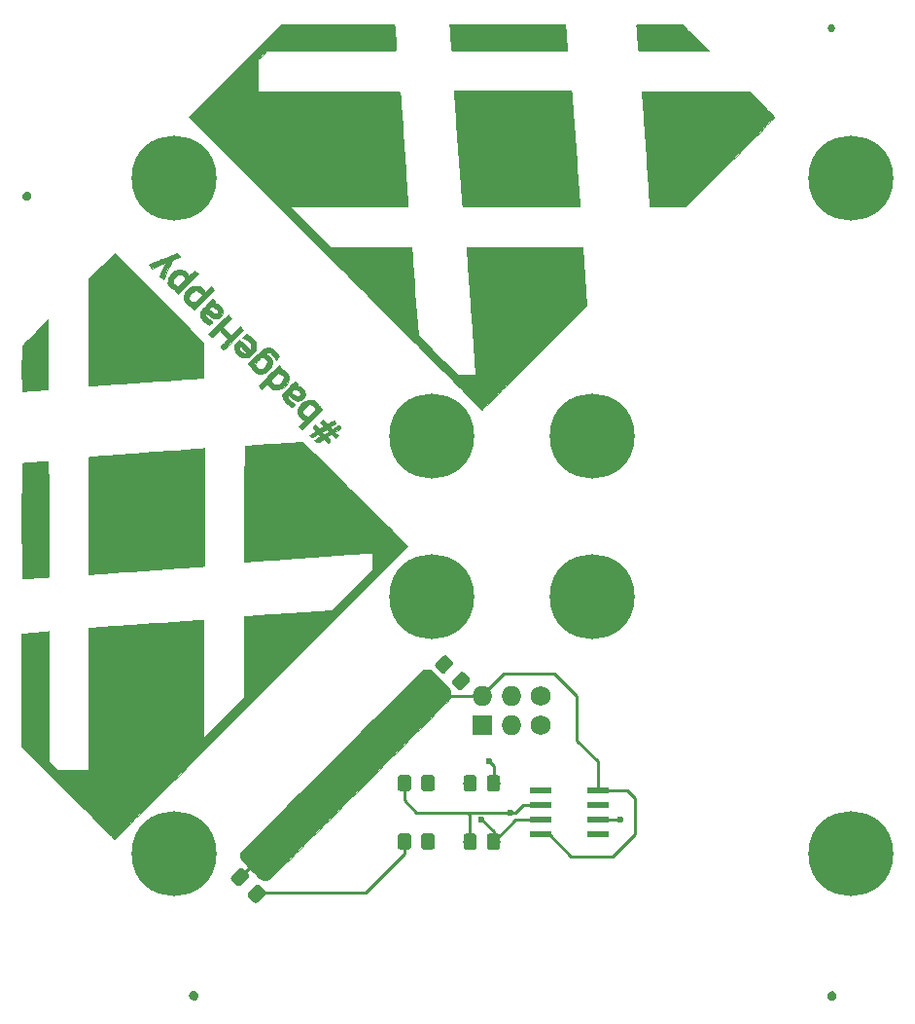
<source format=gtl>
G04 #@! TF.GenerationSoftware,KiCad,Pcbnew,(5.0.0)*
G04 #@! TF.CreationDate,2019-05-25T20:32:28-06:00*
G04 #@! TF.ProjectId,04-H+H_sao,30342D482B485F73616F2E6B69636164,rev?*
G04 #@! TF.SameCoordinates,Original*
G04 #@! TF.FileFunction,Copper,L1,Top,Signal*
G04 #@! TF.FilePolarity,Positive*
%FSLAX46Y46*%
G04 Gerber Fmt 4.6, Leading zero omitted, Abs format (unit mm)*
G04 Created by KiCad (PCBNEW (5.0.0)) date 05/25/19 20:32:28*
%MOMM*%
%LPD*%
G01*
G04 APERTURE LIST*
G04 #@! TA.AperFunction,EtchedComponent*
%ADD10C,0.010000*%
G04 #@! TD*
G04 #@! TA.AperFunction,ComponentPad*
%ADD11C,7.400000*%
G04 #@! TD*
G04 #@! TA.AperFunction,ComponentPad*
%ADD12C,1.727200*%
G04 #@! TD*
G04 #@! TA.AperFunction,ComponentPad*
%ADD13O,1.727200X1.727200*%
G04 #@! TD*
G04 #@! TA.AperFunction,ComponentPad*
%ADD14R,1.727200X1.727200*%
G04 #@! TD*
G04 #@! TA.AperFunction,ComponentPad*
%ADD15C,0.694531*%
G04 #@! TD*
G04 #@! TA.AperFunction,Conductor*
%ADD16C,0.100000*%
G04 #@! TD*
G04 #@! TA.AperFunction,SMDPad,CuDef*
%ADD17C,1.150000*%
G04 #@! TD*
G04 #@! TA.AperFunction,SMDPad,CuDef*
%ADD18R,1.981200X0.558800*%
G04 #@! TD*
G04 #@! TA.AperFunction,ViaPad*
%ADD19C,0.600000*%
G04 #@! TD*
G04 #@! TA.AperFunction,Conductor*
%ADD20C,0.250000*%
G04 #@! TD*
G04 APERTURE END LIST*
D10*
G04 #@! TO.C,G\002A\002A\002A*
G36*
X118571641Y-143242875D02*
X118648294Y-143309161D01*
X118732480Y-143460752D01*
X118733604Y-143616634D01*
X118652175Y-143767530D01*
X118621257Y-143801123D01*
X118482229Y-143898943D01*
X118331773Y-143916696D01*
X118208018Y-143882238D01*
X118094070Y-143793011D01*
X118034218Y-143641663D01*
X118025334Y-143532863D01*
X118061255Y-143383014D01*
X118154951Y-143271513D01*
X118285316Y-143205937D01*
X118431248Y-143193865D01*
X118571641Y-143242875D01*
X118571641Y-143242875D01*
G37*
X118571641Y-143242875D02*
X118648294Y-143309161D01*
X118732480Y-143460752D01*
X118733604Y-143616634D01*
X118652175Y-143767530D01*
X118621257Y-143801123D01*
X118482229Y-143898943D01*
X118331773Y-143916696D01*
X118208018Y-143882238D01*
X118094070Y-143793011D01*
X118034218Y-143641663D01*
X118025334Y-143532863D01*
X118061255Y-143383014D01*
X118154951Y-143271513D01*
X118285316Y-143205937D01*
X118431248Y-143193865D01*
X118571641Y-143242875D01*
G36*
X174120433Y-143223731D02*
X174238909Y-143310455D01*
X174313451Y-143441804D01*
X174328667Y-143546556D01*
X174294602Y-143721380D01*
X174195137Y-143843620D01*
X174034371Y-143908391D01*
X174023714Y-143910208D01*
X173912205Y-143917496D01*
X173827890Y-143885263D01*
X173737964Y-143806344D01*
X173633974Y-143656255D01*
X173612914Y-143501259D01*
X173675238Y-143348351D01*
X173705706Y-143309161D01*
X173833401Y-143215298D01*
X173978454Y-143189417D01*
X174120433Y-143223731D01*
X174120433Y-143223731D01*
G37*
X174120433Y-143223731D02*
X174238909Y-143310455D01*
X174313451Y-143441804D01*
X174328667Y-143546556D01*
X174294602Y-143721380D01*
X174195137Y-143843620D01*
X174034371Y-143908391D01*
X174023714Y-143910208D01*
X173912205Y-143917496D01*
X173827890Y-143885263D01*
X173737964Y-143806344D01*
X173633974Y-143656255D01*
X173612914Y-143501259D01*
X173675238Y-143348351D01*
X173705706Y-143309161D01*
X173833401Y-143215298D01*
X173978454Y-143189417D01*
X174120433Y-143223731D01*
G36*
X138846350Y-115190357D02*
X139034610Y-115238929D01*
X139101503Y-115284741D01*
X139217253Y-115382525D01*
X139372048Y-115523207D01*
X139556078Y-115697711D01*
X139759532Y-115896965D01*
X139915677Y-116053846D01*
X140154562Y-116297999D01*
X140340188Y-116491944D01*
X140479999Y-116644494D01*
X140581436Y-116764465D01*
X140651943Y-116860670D01*
X140698963Y-116941926D01*
X140729937Y-117017046D01*
X140730594Y-117018991D01*
X140792601Y-117297753D01*
X140784295Y-117548329D01*
X140741372Y-117690143D01*
X140705945Y-117733044D01*
X140613548Y-117832488D01*
X140467224Y-117985431D01*
X140270018Y-118188833D01*
X140024973Y-118439651D01*
X139735132Y-118734844D01*
X139403540Y-119071369D01*
X139033240Y-119446186D01*
X138627277Y-119856252D01*
X138188693Y-120298526D01*
X137720533Y-120769966D01*
X137225841Y-121267529D01*
X136707660Y-121788174D01*
X136169034Y-122328860D01*
X135613007Y-122886544D01*
X135042622Y-123458185D01*
X134460924Y-124040741D01*
X133870957Y-124631170D01*
X133275763Y-125226430D01*
X132678387Y-125823480D01*
X132081873Y-126419277D01*
X131489264Y-127010781D01*
X130903605Y-127594948D01*
X130327938Y-128168738D01*
X129765308Y-128729108D01*
X129218759Y-129273017D01*
X128691334Y-129797423D01*
X128186078Y-130299284D01*
X127706033Y-130775558D01*
X127254244Y-131223204D01*
X126833754Y-131639179D01*
X126447608Y-132020442D01*
X126098849Y-132363951D01*
X125790521Y-132666665D01*
X125525667Y-132925541D01*
X125307332Y-133137538D01*
X125138560Y-133299613D01*
X125022393Y-133408726D01*
X124961876Y-133461834D01*
X124954661Y-133466542D01*
X124758116Y-133505085D01*
X124525386Y-133484057D01*
X124354582Y-133440172D01*
X124282424Y-133413684D01*
X124207875Y-133374626D01*
X124122176Y-133315622D01*
X124016570Y-133229299D01*
X123882300Y-133108283D01*
X123710610Y-132945197D01*
X123492740Y-132732668D01*
X123365251Y-132607037D01*
X123150797Y-132392280D01*
X122954361Y-132189896D01*
X122784842Y-132009508D01*
X122651139Y-131860740D01*
X122562153Y-131753215D01*
X122528753Y-131702477D01*
X122476161Y-131486863D01*
X122485848Y-131258804D01*
X122514658Y-131153539D01*
X122548716Y-131111986D01*
X122639788Y-131013770D01*
X122784844Y-130861923D01*
X122980855Y-130659477D01*
X123224791Y-130409463D01*
X123513623Y-130114913D01*
X123844321Y-129778857D01*
X124213857Y-129404327D01*
X124619200Y-128994354D01*
X125057322Y-128551970D01*
X125525192Y-128080206D01*
X126019783Y-127582094D01*
X126538063Y-127060664D01*
X127077004Y-126518949D01*
X127633577Y-125959979D01*
X128204751Y-125386786D01*
X128787498Y-124802401D01*
X129378789Y-124209855D01*
X129975593Y-123612181D01*
X130574882Y-123012408D01*
X131173626Y-122413569D01*
X131768796Y-121818695D01*
X132357362Y-121230818D01*
X132936295Y-120652968D01*
X133502565Y-120088176D01*
X134053144Y-119539476D01*
X134585001Y-119009897D01*
X135095108Y-118502470D01*
X135580435Y-118020229D01*
X136037953Y-117566203D01*
X136464632Y-117143424D01*
X136857442Y-116754923D01*
X137213355Y-116403732D01*
X137529342Y-116092883D01*
X137802371Y-115825405D01*
X138029416Y-115604332D01*
X138207445Y-115432694D01*
X138333430Y-115313522D01*
X138404341Y-115249848D01*
X138418057Y-115239829D01*
X138621523Y-115188755D01*
X138846350Y-115190357D01*
X138846350Y-115190357D01*
G37*
X138846350Y-115190357D02*
X139034610Y-115238929D01*
X139101503Y-115284741D01*
X139217253Y-115382525D01*
X139372048Y-115523207D01*
X139556078Y-115697711D01*
X139759532Y-115896965D01*
X139915677Y-116053846D01*
X140154562Y-116297999D01*
X140340188Y-116491944D01*
X140479999Y-116644494D01*
X140581436Y-116764465D01*
X140651943Y-116860670D01*
X140698963Y-116941926D01*
X140729937Y-117017046D01*
X140730594Y-117018991D01*
X140792601Y-117297753D01*
X140784295Y-117548329D01*
X140741372Y-117690143D01*
X140705945Y-117733044D01*
X140613548Y-117832488D01*
X140467224Y-117985431D01*
X140270018Y-118188833D01*
X140024973Y-118439651D01*
X139735132Y-118734844D01*
X139403540Y-119071369D01*
X139033240Y-119446186D01*
X138627277Y-119856252D01*
X138188693Y-120298526D01*
X137720533Y-120769966D01*
X137225841Y-121267529D01*
X136707660Y-121788174D01*
X136169034Y-122328860D01*
X135613007Y-122886544D01*
X135042622Y-123458185D01*
X134460924Y-124040741D01*
X133870957Y-124631170D01*
X133275763Y-125226430D01*
X132678387Y-125823480D01*
X132081873Y-126419277D01*
X131489264Y-127010781D01*
X130903605Y-127594948D01*
X130327938Y-128168738D01*
X129765308Y-128729108D01*
X129218759Y-129273017D01*
X128691334Y-129797423D01*
X128186078Y-130299284D01*
X127706033Y-130775558D01*
X127254244Y-131223204D01*
X126833754Y-131639179D01*
X126447608Y-132020442D01*
X126098849Y-132363951D01*
X125790521Y-132666665D01*
X125525667Y-132925541D01*
X125307332Y-133137538D01*
X125138560Y-133299613D01*
X125022393Y-133408726D01*
X124961876Y-133461834D01*
X124954661Y-133466542D01*
X124758116Y-133505085D01*
X124525386Y-133484057D01*
X124354582Y-133440172D01*
X124282424Y-133413684D01*
X124207875Y-133374626D01*
X124122176Y-133315622D01*
X124016570Y-133229299D01*
X123882300Y-133108283D01*
X123710610Y-132945197D01*
X123492740Y-132732668D01*
X123365251Y-132607037D01*
X123150797Y-132392280D01*
X122954361Y-132189896D01*
X122784842Y-132009508D01*
X122651139Y-131860740D01*
X122562153Y-131753215D01*
X122528753Y-131702477D01*
X122476161Y-131486863D01*
X122485848Y-131258804D01*
X122514658Y-131153539D01*
X122548716Y-131111986D01*
X122639788Y-131013770D01*
X122784844Y-130861923D01*
X122980855Y-130659477D01*
X123224791Y-130409463D01*
X123513623Y-130114913D01*
X123844321Y-129778857D01*
X124213857Y-129404327D01*
X124619200Y-128994354D01*
X125057322Y-128551970D01*
X125525192Y-128080206D01*
X126019783Y-127582094D01*
X126538063Y-127060664D01*
X127077004Y-126518949D01*
X127633577Y-125959979D01*
X128204751Y-125386786D01*
X128787498Y-124802401D01*
X129378789Y-124209855D01*
X129975593Y-123612181D01*
X130574882Y-123012408D01*
X131173626Y-122413569D01*
X131768796Y-121818695D01*
X132357362Y-121230818D01*
X132936295Y-120652968D01*
X133502565Y-120088176D01*
X134053144Y-119539476D01*
X134585001Y-119009897D01*
X135095108Y-118502470D01*
X135580435Y-118020229D01*
X136037953Y-117566203D01*
X136464632Y-117143424D01*
X136857442Y-116754923D01*
X137213355Y-116403732D01*
X137529342Y-116092883D01*
X137802371Y-115825405D01*
X138029416Y-115604332D01*
X138207445Y-115432694D01*
X138333430Y-115313522D01*
X138404341Y-115249848D01*
X138418057Y-115239829D01*
X138621523Y-115188755D01*
X138846350Y-115190357D01*
G36*
X131423834Y-98875549D02*
X131902962Y-99351840D01*
X132381807Y-99827831D01*
X132855007Y-100298191D01*
X133317198Y-100757591D01*
X133763015Y-101200698D01*
X134187096Y-101622183D01*
X134584077Y-102016716D01*
X134948594Y-102378964D01*
X135275284Y-102703599D01*
X135558783Y-102985289D01*
X135793727Y-103218703D01*
X135974753Y-103398511D01*
X135995768Y-103419381D01*
X137054036Y-104470279D01*
X124311794Y-117212573D01*
X123441465Y-118082807D01*
X122586195Y-118937788D01*
X121747936Y-119775572D01*
X120928636Y-120594217D01*
X120130245Y-121391777D01*
X119354715Y-122166311D01*
X118603994Y-122915874D01*
X117880033Y-123638523D01*
X117184781Y-124332314D01*
X116520189Y-124995304D01*
X115888206Y-125625550D01*
X115290783Y-126221108D01*
X114729869Y-126780034D01*
X114207415Y-127300385D01*
X113725370Y-127780218D01*
X113285684Y-128217588D01*
X112890308Y-128610553D01*
X112541190Y-128957169D01*
X112240283Y-129255493D01*
X111989534Y-129503580D01*
X111790894Y-129699488D01*
X111646314Y-129841274D01*
X111557743Y-129926992D01*
X111527193Y-129954733D01*
X111492674Y-129925329D01*
X111401855Y-129839462D01*
X111258241Y-129700601D01*
X111065337Y-129512214D01*
X110826650Y-129277769D01*
X110545684Y-129000733D01*
X110225945Y-128684575D01*
X109870939Y-128332764D01*
X109484171Y-127948766D01*
X109069147Y-127536051D01*
X108629372Y-127098086D01*
X108168352Y-126638340D01*
X107689592Y-126160280D01*
X107473750Y-125944555D01*
X103462667Y-121934511D01*
X103462667Y-112062433D01*
X104510417Y-111989580D01*
X104805931Y-111968465D01*
X105078721Y-111947905D01*
X105315691Y-111928970D01*
X105503740Y-111912735D01*
X105629770Y-111900270D01*
X105674584Y-111894267D01*
X105791000Y-111871806D01*
X105791000Y-123204372D01*
X106183379Y-123595120D01*
X106575758Y-123985867D01*
X109304667Y-123985867D01*
X109304667Y-111588939D01*
X109569250Y-111563357D01*
X109647804Y-111556960D01*
X109804789Y-111545264D01*
X110034164Y-111528693D01*
X110329889Y-111507667D01*
X110685921Y-111482607D01*
X111096219Y-111453936D01*
X111554741Y-111422073D01*
X112055446Y-111387441D01*
X112592293Y-111350460D01*
X113159240Y-111311553D01*
X113750246Y-111271140D01*
X114173000Y-111242319D01*
X114780395Y-111200955D01*
X115370143Y-111160782D01*
X115935975Y-111122228D01*
X116471621Y-111085719D01*
X116970811Y-111051685D01*
X117427276Y-111020552D01*
X117834745Y-110992748D01*
X118186949Y-110968701D01*
X118477618Y-110948839D01*
X118700482Y-110933589D01*
X118849272Y-110923379D01*
X118903750Y-110919616D01*
X119295334Y-110892370D01*
X119295334Y-121170322D01*
X122851334Y-117615078D01*
X122851334Y-110566200D01*
X122967750Y-110564636D01*
X123026701Y-110561396D01*
X123163778Y-110552452D01*
X123372663Y-110538250D01*
X123647041Y-110519235D01*
X123980593Y-110495854D01*
X124367003Y-110468553D01*
X124799954Y-110437778D01*
X125273129Y-110403974D01*
X125780210Y-110367589D01*
X126314881Y-110329067D01*
X126759530Y-110296917D01*
X130434894Y-110030763D01*
X133985000Y-106481411D01*
X133985000Y-105750972D01*
X133984156Y-105512937D01*
X133981817Y-105307360D01*
X133978269Y-105147886D01*
X133973800Y-105048158D01*
X133969616Y-105020534D01*
X133920072Y-105023525D01*
X133792224Y-105032203D01*
X133592212Y-105046126D01*
X133326177Y-105064851D01*
X133000258Y-105087936D01*
X132620596Y-105114938D01*
X132193332Y-105145415D01*
X131724605Y-105178924D01*
X131220557Y-105215022D01*
X130687327Y-105253268D01*
X130131055Y-105293218D01*
X129557883Y-105334430D01*
X128973950Y-105376461D01*
X128385396Y-105418869D01*
X127798363Y-105461212D01*
X127218989Y-105503047D01*
X126653416Y-105543931D01*
X126107784Y-105583422D01*
X125588234Y-105621077D01*
X125100904Y-105656454D01*
X124651937Y-105689110D01*
X124247472Y-105718603D01*
X123893649Y-105744490D01*
X123596609Y-105766329D01*
X123362491Y-105783677D01*
X123197438Y-105796092D01*
X123107588Y-105803131D01*
X123094750Y-105804272D01*
X122851334Y-105829071D01*
X122851334Y-100789302D01*
X122851382Y-100029573D01*
X122851570Y-99350051D01*
X122851963Y-98746277D01*
X122852628Y-98213792D01*
X122853629Y-97748135D01*
X122855032Y-97344849D01*
X122856902Y-96999474D01*
X122859306Y-96707549D01*
X122862308Y-96464617D01*
X122865974Y-96266218D01*
X122870370Y-96107891D01*
X122875561Y-95985179D01*
X122881613Y-95893621D01*
X122888590Y-95828759D01*
X122896560Y-95786132D01*
X122905587Y-95761282D01*
X122915736Y-95749749D01*
X122925417Y-95747082D01*
X122980191Y-95743594D01*
X123111689Y-95734416D01*
X123312197Y-95720110D01*
X123574003Y-95701235D01*
X123889394Y-95678349D01*
X124250659Y-95652012D01*
X124650083Y-95622784D01*
X125079955Y-95591224D01*
X125454834Y-95563623D01*
X127910167Y-95382615D01*
X131423834Y-98875549D01*
X131423834Y-98875549D01*
G37*
X131423834Y-98875549D02*
X131902962Y-99351840D01*
X132381807Y-99827831D01*
X132855007Y-100298191D01*
X133317198Y-100757591D01*
X133763015Y-101200698D01*
X134187096Y-101622183D01*
X134584077Y-102016716D01*
X134948594Y-102378964D01*
X135275284Y-102703599D01*
X135558783Y-102985289D01*
X135793727Y-103218703D01*
X135974753Y-103398511D01*
X135995768Y-103419381D01*
X137054036Y-104470279D01*
X124311794Y-117212573D01*
X123441465Y-118082807D01*
X122586195Y-118937788D01*
X121747936Y-119775572D01*
X120928636Y-120594217D01*
X120130245Y-121391777D01*
X119354715Y-122166311D01*
X118603994Y-122915874D01*
X117880033Y-123638523D01*
X117184781Y-124332314D01*
X116520189Y-124995304D01*
X115888206Y-125625550D01*
X115290783Y-126221108D01*
X114729869Y-126780034D01*
X114207415Y-127300385D01*
X113725370Y-127780218D01*
X113285684Y-128217588D01*
X112890308Y-128610553D01*
X112541190Y-128957169D01*
X112240283Y-129255493D01*
X111989534Y-129503580D01*
X111790894Y-129699488D01*
X111646314Y-129841274D01*
X111557743Y-129926992D01*
X111527193Y-129954733D01*
X111492674Y-129925329D01*
X111401855Y-129839462D01*
X111258241Y-129700601D01*
X111065337Y-129512214D01*
X110826650Y-129277769D01*
X110545684Y-129000733D01*
X110225945Y-128684575D01*
X109870939Y-128332764D01*
X109484171Y-127948766D01*
X109069147Y-127536051D01*
X108629372Y-127098086D01*
X108168352Y-126638340D01*
X107689592Y-126160280D01*
X107473750Y-125944555D01*
X103462667Y-121934511D01*
X103462667Y-112062433D01*
X104510417Y-111989580D01*
X104805931Y-111968465D01*
X105078721Y-111947905D01*
X105315691Y-111928970D01*
X105503740Y-111912735D01*
X105629770Y-111900270D01*
X105674584Y-111894267D01*
X105791000Y-111871806D01*
X105791000Y-123204372D01*
X106183379Y-123595120D01*
X106575758Y-123985867D01*
X109304667Y-123985867D01*
X109304667Y-111588939D01*
X109569250Y-111563357D01*
X109647804Y-111556960D01*
X109804789Y-111545264D01*
X110034164Y-111528693D01*
X110329889Y-111507667D01*
X110685921Y-111482607D01*
X111096219Y-111453936D01*
X111554741Y-111422073D01*
X112055446Y-111387441D01*
X112592293Y-111350460D01*
X113159240Y-111311553D01*
X113750246Y-111271140D01*
X114173000Y-111242319D01*
X114780395Y-111200955D01*
X115370143Y-111160782D01*
X115935975Y-111122228D01*
X116471621Y-111085719D01*
X116970811Y-111051685D01*
X117427276Y-111020552D01*
X117834745Y-110992748D01*
X118186949Y-110968701D01*
X118477618Y-110948839D01*
X118700482Y-110933589D01*
X118849272Y-110923379D01*
X118903750Y-110919616D01*
X119295334Y-110892370D01*
X119295334Y-121170322D01*
X122851334Y-117615078D01*
X122851334Y-110566200D01*
X122967750Y-110564636D01*
X123026701Y-110561396D01*
X123163778Y-110552452D01*
X123372663Y-110538250D01*
X123647041Y-110519235D01*
X123980593Y-110495854D01*
X124367003Y-110468553D01*
X124799954Y-110437778D01*
X125273129Y-110403974D01*
X125780210Y-110367589D01*
X126314881Y-110329067D01*
X126759530Y-110296917D01*
X130434894Y-110030763D01*
X133985000Y-106481411D01*
X133985000Y-105750972D01*
X133984156Y-105512937D01*
X133981817Y-105307360D01*
X133978269Y-105147886D01*
X133973800Y-105048158D01*
X133969616Y-105020534D01*
X133920072Y-105023525D01*
X133792224Y-105032203D01*
X133592212Y-105046126D01*
X133326177Y-105064851D01*
X133000258Y-105087936D01*
X132620596Y-105114938D01*
X132193332Y-105145415D01*
X131724605Y-105178924D01*
X131220557Y-105215022D01*
X130687327Y-105253268D01*
X130131055Y-105293218D01*
X129557883Y-105334430D01*
X128973950Y-105376461D01*
X128385396Y-105418869D01*
X127798363Y-105461212D01*
X127218989Y-105503047D01*
X126653416Y-105543931D01*
X126107784Y-105583422D01*
X125588234Y-105621077D01*
X125100904Y-105656454D01*
X124651937Y-105689110D01*
X124247472Y-105718603D01*
X123893649Y-105744490D01*
X123596609Y-105766329D01*
X123362491Y-105783677D01*
X123197438Y-105796092D01*
X123107588Y-105803131D01*
X123094750Y-105804272D01*
X122851334Y-105829071D01*
X122851334Y-100789302D01*
X122851382Y-100029573D01*
X122851570Y-99350051D01*
X122851963Y-98746277D01*
X122852628Y-98213792D01*
X122853629Y-97748135D01*
X122855032Y-97344849D01*
X122856902Y-96999474D01*
X122859306Y-96707549D01*
X122862308Y-96464617D01*
X122865974Y-96266218D01*
X122870370Y-96107891D01*
X122875561Y-95985179D01*
X122881613Y-95893621D01*
X122888590Y-95828759D01*
X122896560Y-95786132D01*
X122905587Y-95761282D01*
X122915736Y-95749749D01*
X122925417Y-95747082D01*
X122980191Y-95743594D01*
X123111689Y-95734416D01*
X123312197Y-95720110D01*
X123574003Y-95701235D01*
X123889394Y-95678349D01*
X124250659Y-95652012D01*
X124650083Y-95622784D01*
X125079955Y-95591224D01*
X125454834Y-95563623D01*
X127910167Y-95382615D01*
X131423834Y-98875549D01*
G36*
X105733867Y-97076091D02*
X105737164Y-97120823D01*
X105740457Y-97243610D01*
X105743726Y-97438113D01*
X105746951Y-97697989D01*
X105750114Y-98016896D01*
X105753194Y-98388494D01*
X105756171Y-98806440D01*
X105759027Y-99264394D01*
X105761741Y-99756013D01*
X105764293Y-100274956D01*
X105766665Y-100814881D01*
X105768836Y-101369447D01*
X105770786Y-101932312D01*
X105772496Y-102497136D01*
X105773947Y-103057575D01*
X105775118Y-103607289D01*
X105775990Y-104139936D01*
X105776544Y-104649174D01*
X105776759Y-105128663D01*
X105776616Y-105572060D01*
X105776095Y-105973023D01*
X105775176Y-106325212D01*
X105773841Y-106622285D01*
X105772068Y-106857900D01*
X105769840Y-107025715D01*
X105767135Y-107119390D01*
X105765081Y-107137520D01*
X105714310Y-107140711D01*
X105590698Y-107149532D01*
X105405818Y-107163126D01*
X105171248Y-107180635D01*
X104898561Y-107201201D01*
X104626834Y-107221867D01*
X104329889Y-107244458D01*
X104060871Y-107264777D01*
X103831273Y-107281967D01*
X103652593Y-107295171D01*
X103536327Y-107303533D01*
X103494417Y-107306214D01*
X103490341Y-107264790D01*
X103486416Y-107143904D01*
X103482677Y-106948763D01*
X103479155Y-106684571D01*
X103475884Y-106356534D01*
X103472897Y-105969857D01*
X103470227Y-105529745D01*
X103467906Y-105041403D01*
X103465968Y-104510038D01*
X103464446Y-103940854D01*
X103463371Y-103339056D01*
X103462778Y-102709851D01*
X103462667Y-102288705D01*
X103462832Y-101502657D01*
X103463355Y-100797466D01*
X103464276Y-100169324D01*
X103465633Y-99614423D01*
X103467469Y-99128954D01*
X103469822Y-98709108D01*
X103472733Y-98351077D01*
X103476241Y-98051053D01*
X103480386Y-97805227D01*
X103485210Y-97609791D01*
X103490751Y-97460935D01*
X103497049Y-97354852D01*
X103504145Y-97287732D01*
X103512079Y-97255769D01*
X103515584Y-97251941D01*
X103567383Y-97244593D01*
X103688430Y-97232328D01*
X103865183Y-97216219D01*
X104084097Y-97197338D01*
X104331629Y-97176761D01*
X104594236Y-97155560D01*
X104858374Y-97134809D01*
X105110500Y-97115582D01*
X105337069Y-97098953D01*
X105524540Y-97085994D01*
X105659367Y-97077780D01*
X105728008Y-97075385D01*
X105733867Y-97076091D01*
X105733867Y-97076091D01*
G37*
X105733867Y-97076091D02*
X105737164Y-97120823D01*
X105740457Y-97243610D01*
X105743726Y-97438113D01*
X105746951Y-97697989D01*
X105750114Y-98016896D01*
X105753194Y-98388494D01*
X105756171Y-98806440D01*
X105759027Y-99264394D01*
X105761741Y-99756013D01*
X105764293Y-100274956D01*
X105766665Y-100814881D01*
X105768836Y-101369447D01*
X105770786Y-101932312D01*
X105772496Y-102497136D01*
X105773947Y-103057575D01*
X105775118Y-103607289D01*
X105775990Y-104139936D01*
X105776544Y-104649174D01*
X105776759Y-105128663D01*
X105776616Y-105572060D01*
X105776095Y-105973023D01*
X105775176Y-106325212D01*
X105773841Y-106622285D01*
X105772068Y-106857900D01*
X105769840Y-107025715D01*
X105767135Y-107119390D01*
X105765081Y-107137520D01*
X105714310Y-107140711D01*
X105590698Y-107149532D01*
X105405818Y-107163126D01*
X105171248Y-107180635D01*
X104898561Y-107201201D01*
X104626834Y-107221867D01*
X104329889Y-107244458D01*
X104060871Y-107264777D01*
X103831273Y-107281967D01*
X103652593Y-107295171D01*
X103536327Y-107303533D01*
X103494417Y-107306214D01*
X103490341Y-107264790D01*
X103486416Y-107143904D01*
X103482677Y-106948763D01*
X103479155Y-106684571D01*
X103475884Y-106356534D01*
X103472897Y-105969857D01*
X103470227Y-105529745D01*
X103467906Y-105041403D01*
X103465968Y-104510038D01*
X103464446Y-103940854D01*
X103463371Y-103339056D01*
X103462778Y-102709851D01*
X103462667Y-102288705D01*
X103462832Y-101502657D01*
X103463355Y-100797466D01*
X103464276Y-100169324D01*
X103465633Y-99614423D01*
X103467469Y-99128954D01*
X103469822Y-98709108D01*
X103472733Y-98351077D01*
X103476241Y-98051053D01*
X103480386Y-97805227D01*
X103485210Y-97609791D01*
X103490751Y-97460935D01*
X103497049Y-97354852D01*
X103504145Y-97287732D01*
X103512079Y-97255769D01*
X103515584Y-97251941D01*
X103567383Y-97244593D01*
X103688430Y-97232328D01*
X103865183Y-97216219D01*
X104084097Y-97197338D01*
X104331629Y-97176761D01*
X104594236Y-97155560D01*
X104858374Y-97134809D01*
X105110500Y-97115582D01*
X105337069Y-97098953D01*
X105524540Y-97085994D01*
X105659367Y-97077780D01*
X105728008Y-97075385D01*
X105733867Y-97076091D01*
G36*
X119337667Y-106205867D02*
X119207671Y-106205867D01*
X119148894Y-106208866D01*
X119012253Y-106217550D01*
X118804325Y-106231446D01*
X118531688Y-106250083D01*
X118200919Y-106272990D01*
X117818597Y-106299693D01*
X117391300Y-106329722D01*
X116925605Y-106362604D01*
X116428089Y-106397868D01*
X115905332Y-106435043D01*
X115363910Y-106473655D01*
X114810402Y-106513234D01*
X114251385Y-106553308D01*
X113693438Y-106593405D01*
X113143137Y-106633053D01*
X112607061Y-106671780D01*
X112091788Y-106709116D01*
X111603896Y-106744586D01*
X111149962Y-106777721D01*
X110736564Y-106808048D01*
X110370280Y-106835096D01*
X110057687Y-106858392D01*
X109805365Y-106877466D01*
X109619890Y-106891844D01*
X109507840Y-106901056D01*
X109484584Y-106903237D01*
X109262334Y-106926273D01*
X109262334Y-101823408D01*
X109262496Y-101030574D01*
X109263008Y-100318629D01*
X109263910Y-99683795D01*
X109265240Y-99122295D01*
X109267038Y-98630350D01*
X109269342Y-98204183D01*
X109272192Y-97840017D01*
X109275626Y-97534074D01*
X109279684Y-97282576D01*
X109284405Y-97081747D01*
X109289827Y-96927807D01*
X109295990Y-96816981D01*
X109302933Y-96745489D01*
X109310695Y-96709555D01*
X109315250Y-96703603D01*
X109363636Y-96698434D01*
X109491100Y-96687707D01*
X109692265Y-96671820D01*
X109961752Y-96651170D01*
X110294184Y-96626154D01*
X110684180Y-96597168D01*
X111126365Y-96564610D01*
X111615359Y-96528877D01*
X112145783Y-96490366D01*
X112712261Y-96449474D01*
X113309413Y-96406598D01*
X113931861Y-96362135D01*
X114173000Y-96344970D01*
X114806554Y-96299822D01*
X115418804Y-96256008D01*
X116004181Y-96213937D01*
X116557118Y-96174018D01*
X117072047Y-96136658D01*
X117543399Y-96102265D01*
X117965608Y-96071247D01*
X118333105Y-96044013D01*
X118640322Y-96020970D01*
X118881691Y-96002527D01*
X119051645Y-95989092D01*
X119144615Y-95981072D01*
X119157750Y-95979645D01*
X119337667Y-95956012D01*
X119337667Y-106205867D01*
X119337667Y-106205867D01*
G37*
X119337667Y-106205867D02*
X119207671Y-106205867D01*
X119148894Y-106208866D01*
X119012253Y-106217550D01*
X118804325Y-106231446D01*
X118531688Y-106250083D01*
X118200919Y-106272990D01*
X117818597Y-106299693D01*
X117391300Y-106329722D01*
X116925605Y-106362604D01*
X116428089Y-106397868D01*
X115905332Y-106435043D01*
X115363910Y-106473655D01*
X114810402Y-106513234D01*
X114251385Y-106553308D01*
X113693438Y-106593405D01*
X113143137Y-106633053D01*
X112607061Y-106671780D01*
X112091788Y-106709116D01*
X111603896Y-106744586D01*
X111149962Y-106777721D01*
X110736564Y-106808048D01*
X110370280Y-106835096D01*
X110057687Y-106858392D01*
X109805365Y-106877466D01*
X109619890Y-106891844D01*
X109507840Y-106901056D01*
X109484584Y-106903237D01*
X109262334Y-106926273D01*
X109262334Y-101823408D01*
X109262496Y-101030574D01*
X109263008Y-100318629D01*
X109263910Y-99683795D01*
X109265240Y-99122295D01*
X109267038Y-98630350D01*
X109269342Y-98204183D01*
X109272192Y-97840017D01*
X109275626Y-97534074D01*
X109279684Y-97282576D01*
X109284405Y-97081747D01*
X109289827Y-96927807D01*
X109295990Y-96816981D01*
X109302933Y-96745489D01*
X109310695Y-96709555D01*
X109315250Y-96703603D01*
X109363636Y-96698434D01*
X109491100Y-96687707D01*
X109692265Y-96671820D01*
X109961752Y-96651170D01*
X110294184Y-96626154D01*
X110684180Y-96597168D01*
X111126365Y-96564610D01*
X111615359Y-96528877D01*
X112145783Y-96490366D01*
X112712261Y-96449474D01*
X113309413Y-96406598D01*
X113931861Y-96362135D01*
X114173000Y-96344970D01*
X114806554Y-96299822D01*
X115418804Y-96256008D01*
X116004181Y-96213937D01*
X116557118Y-96174018D01*
X117072047Y-96136658D01*
X117543399Y-96102265D01*
X117965608Y-96071247D01*
X118333105Y-96044013D01*
X118640322Y-96020970D01*
X118881691Y-96002527D01*
X119051645Y-95989092D01*
X119144615Y-95981072D01*
X119157750Y-95979645D01*
X119337667Y-95956012D01*
X119337667Y-106205867D01*
G36*
X129856775Y-93674489D02*
X130047365Y-93861538D01*
X130206433Y-93766479D01*
X130387762Y-93660195D01*
X130513037Y-93594625D01*
X130597700Y-93565129D01*
X130657192Y-93567069D01*
X130706954Y-93595806D01*
X130724408Y-93610862D01*
X130790843Y-93687590D01*
X130797003Y-93755032D01*
X130737012Y-93825951D01*
X130604991Y-93913109D01*
X130578061Y-93928688D01*
X130453774Y-94003020D01*
X130361814Y-94064023D01*
X130325366Y-94094975D01*
X130338011Y-94144074D01*
X130397376Y-94215703D01*
X130398825Y-94217071D01*
X130493041Y-94305582D01*
X130755739Y-94138558D01*
X130888484Y-94057189D01*
X130994545Y-93997749D01*
X131053077Y-93971839D01*
X131055824Y-93971534D01*
X131122618Y-94005499D01*
X131186480Y-94082901D01*
X131221295Y-94166994D01*
X131219174Y-94201371D01*
X131171416Y-94254303D01*
X131071304Y-94328843D01*
X130957045Y-94399179D01*
X130719344Y-94533329D01*
X130879605Y-94697453D01*
X131039867Y-94861576D01*
X130810815Y-95090628D01*
X130628888Y-94912081D01*
X130527492Y-94817244D01*
X130449149Y-94752495D01*
X130415973Y-94733534D01*
X130364778Y-94754396D01*
X130269636Y-94807415D01*
X130211660Y-94842949D01*
X130038335Y-94952364D01*
X130170167Y-95088381D01*
X130269360Y-95211268D01*
X130296339Y-95309003D01*
X130253505Y-95396452D01*
X130224583Y-95425472D01*
X130157846Y-95476611D01*
X130099031Y-95485827D01*
X130028262Y-95446757D01*
X129925660Y-95353034D01*
X129891066Y-95318678D01*
X129714211Y-95141822D01*
X129461975Y-95297511D01*
X129327157Y-95375601D01*
X129214853Y-95431474D01*
X129149087Y-95453195D01*
X129148597Y-95453200D01*
X129074595Y-95422435D01*
X128997010Y-95352540D01*
X128950623Y-95277119D01*
X128947965Y-95259367D01*
X128982190Y-95220035D01*
X129071468Y-95153852D01*
X129196740Y-95074899D01*
X129201334Y-95072200D01*
X129327192Y-94995102D01*
X129417927Y-94933203D01*
X129454625Y-94899445D01*
X129454702Y-94898845D01*
X129427179Y-94855141D01*
X129367314Y-94793999D01*
X129310526Y-94748417D01*
X129259996Y-94739268D01*
X129186691Y-94768999D01*
X129102731Y-94816304D01*
X128926612Y-94918325D01*
X128809426Y-94984247D01*
X128735945Y-95018819D01*
X128690939Y-95026787D01*
X128659180Y-95012898D01*
X128625437Y-94981899D01*
X128611910Y-94969302D01*
X128546859Y-94892700D01*
X128524000Y-94835871D01*
X128557801Y-94788731D01*
X128646721Y-94715462D01*
X128772039Y-94631356D01*
X128781357Y-94625661D01*
X128942516Y-94527762D01*
X129573113Y-94527762D01*
X129668720Y-94629531D01*
X129764328Y-94731301D01*
X129969621Y-94616000D01*
X130082091Y-94548828D01*
X130156677Y-94496606D01*
X130174957Y-94476329D01*
X130147332Y-94433251D01*
X130080692Y-94363363D01*
X130079339Y-94362089D01*
X129983677Y-94272220D01*
X129573113Y-94527762D01*
X128942516Y-94527762D01*
X129038714Y-94469325D01*
X128908357Y-94334830D01*
X128815767Y-94229530D01*
X128785669Y-94154224D01*
X128815891Y-94084256D01*
X128880337Y-94017151D01*
X128982674Y-93921011D01*
X129174278Y-94097625D01*
X129365882Y-94274240D01*
X129561741Y-94159459D01*
X129757599Y-94044678D01*
X129597366Y-93880585D01*
X129437133Y-93716491D01*
X129551659Y-93601965D01*
X129666186Y-93487439D01*
X129856775Y-93674489D01*
X129856775Y-93674489D01*
G37*
X129856775Y-93674489D02*
X130047365Y-93861538D01*
X130206433Y-93766479D01*
X130387762Y-93660195D01*
X130513037Y-93594625D01*
X130597700Y-93565129D01*
X130657192Y-93567069D01*
X130706954Y-93595806D01*
X130724408Y-93610862D01*
X130790843Y-93687590D01*
X130797003Y-93755032D01*
X130737012Y-93825951D01*
X130604991Y-93913109D01*
X130578061Y-93928688D01*
X130453774Y-94003020D01*
X130361814Y-94064023D01*
X130325366Y-94094975D01*
X130338011Y-94144074D01*
X130397376Y-94215703D01*
X130398825Y-94217071D01*
X130493041Y-94305582D01*
X130755739Y-94138558D01*
X130888484Y-94057189D01*
X130994545Y-93997749D01*
X131053077Y-93971839D01*
X131055824Y-93971534D01*
X131122618Y-94005499D01*
X131186480Y-94082901D01*
X131221295Y-94166994D01*
X131219174Y-94201371D01*
X131171416Y-94254303D01*
X131071304Y-94328843D01*
X130957045Y-94399179D01*
X130719344Y-94533329D01*
X130879605Y-94697453D01*
X131039867Y-94861576D01*
X130810815Y-95090628D01*
X130628888Y-94912081D01*
X130527492Y-94817244D01*
X130449149Y-94752495D01*
X130415973Y-94733534D01*
X130364778Y-94754396D01*
X130269636Y-94807415D01*
X130211660Y-94842949D01*
X130038335Y-94952364D01*
X130170167Y-95088381D01*
X130269360Y-95211268D01*
X130296339Y-95309003D01*
X130253505Y-95396452D01*
X130224583Y-95425472D01*
X130157846Y-95476611D01*
X130099031Y-95485827D01*
X130028262Y-95446757D01*
X129925660Y-95353034D01*
X129891066Y-95318678D01*
X129714211Y-95141822D01*
X129461975Y-95297511D01*
X129327157Y-95375601D01*
X129214853Y-95431474D01*
X129149087Y-95453195D01*
X129148597Y-95453200D01*
X129074595Y-95422435D01*
X128997010Y-95352540D01*
X128950623Y-95277119D01*
X128947965Y-95259367D01*
X128982190Y-95220035D01*
X129071468Y-95153852D01*
X129196740Y-95074899D01*
X129201334Y-95072200D01*
X129327192Y-94995102D01*
X129417927Y-94933203D01*
X129454625Y-94899445D01*
X129454702Y-94898845D01*
X129427179Y-94855141D01*
X129367314Y-94793999D01*
X129310526Y-94748417D01*
X129259996Y-94739268D01*
X129186691Y-94768999D01*
X129102731Y-94816304D01*
X128926612Y-94918325D01*
X128809426Y-94984247D01*
X128735945Y-95018819D01*
X128690939Y-95026787D01*
X128659180Y-95012898D01*
X128625437Y-94981899D01*
X128611910Y-94969302D01*
X128546859Y-94892700D01*
X128524000Y-94835871D01*
X128557801Y-94788731D01*
X128646721Y-94715462D01*
X128772039Y-94631356D01*
X128781357Y-94625661D01*
X128942516Y-94527762D01*
X129573113Y-94527762D01*
X129668720Y-94629531D01*
X129764328Y-94731301D01*
X129969621Y-94616000D01*
X130082091Y-94548828D01*
X130156677Y-94496606D01*
X130174957Y-94476329D01*
X130147332Y-94433251D01*
X130080692Y-94363363D01*
X130079339Y-94362089D01*
X129983677Y-94272220D01*
X129573113Y-94527762D01*
X128942516Y-94527762D01*
X129038714Y-94469325D01*
X128908357Y-94334830D01*
X128815767Y-94229530D01*
X128785669Y-94154224D01*
X128815891Y-94084256D01*
X128880337Y-94017151D01*
X128982674Y-93921011D01*
X129174278Y-94097625D01*
X129365882Y-94274240D01*
X129561741Y-94159459D01*
X129757599Y-94044678D01*
X129597366Y-93880585D01*
X129437133Y-93716491D01*
X129551659Y-93601965D01*
X129666186Y-93487439D01*
X129856775Y-93674489D01*
G36*
X128877179Y-91785858D02*
X128976206Y-91846894D01*
X129090496Y-91945141D01*
X129200263Y-92059600D01*
X129285722Y-92169276D01*
X129327091Y-92253172D01*
X129328334Y-92264653D01*
X129361752Y-92315729D01*
X129384454Y-92320534D01*
X129451382Y-92350663D01*
X129533940Y-92421073D01*
X129601620Y-92501802D01*
X129624667Y-92556473D01*
X129595811Y-92595447D01*
X129514211Y-92686173D01*
X129387320Y-92820864D01*
X129222594Y-92991737D01*
X129027483Y-93191004D01*
X128809443Y-93410880D01*
X128744911Y-93475464D01*
X127865155Y-94354472D01*
X127720084Y-94204797D01*
X127575014Y-94055123D01*
X127837840Y-93789939D01*
X127955225Y-93668820D01*
X128045570Y-93570493D01*
X128095225Y-93510049D01*
X128100667Y-93499436D01*
X128064312Y-93474121D01*
X127979578Y-93449899D01*
X127830117Y-93386696D01*
X127680830Y-93270242D01*
X127561683Y-93126540D01*
X127523411Y-93054120D01*
X127470947Y-92844723D01*
X127482209Y-92727323D01*
X127908394Y-92727323D01*
X127909234Y-92848583D01*
X127960579Y-92948635D01*
X128047138Y-93035662D01*
X128166962Y-93121447D01*
X128288301Y-93186003D01*
X128374897Y-93209468D01*
X128420105Y-93181286D01*
X128510467Y-93104934D01*
X128631955Y-92992786D01*
X128742756Y-92884986D01*
X128885728Y-92741417D01*
X128976816Y-92642986D01*
X129024720Y-92575687D01*
X129038139Y-92525515D01*
X129025775Y-92478464D01*
X129012298Y-92451069D01*
X128890264Y-92281122D01*
X128740338Y-92174808D01*
X128595976Y-92142734D01*
X128469603Y-92153745D01*
X128361351Y-92195332D01*
X128248822Y-92280327D01*
X128110033Y-92421109D01*
X127974160Y-92588953D01*
X127908394Y-92727323D01*
X127482209Y-92727323D01*
X127491611Y-92629327D01*
X127573923Y-92416249D01*
X127732002Y-92172739D01*
X127933205Y-91975808D01*
X128163439Y-91832276D01*
X128408612Y-91748957D01*
X128654631Y-91732669D01*
X128877179Y-91785858D01*
X128877179Y-91785858D01*
G37*
X128877179Y-91785858D02*
X128976206Y-91846894D01*
X129090496Y-91945141D01*
X129200263Y-92059600D01*
X129285722Y-92169276D01*
X129327091Y-92253172D01*
X129328334Y-92264653D01*
X129361752Y-92315729D01*
X129384454Y-92320534D01*
X129451382Y-92350663D01*
X129533940Y-92421073D01*
X129601620Y-92501802D01*
X129624667Y-92556473D01*
X129595811Y-92595447D01*
X129514211Y-92686173D01*
X129387320Y-92820864D01*
X129222594Y-92991737D01*
X129027483Y-93191004D01*
X128809443Y-93410880D01*
X128744911Y-93475464D01*
X127865155Y-94354472D01*
X127720084Y-94204797D01*
X127575014Y-94055123D01*
X127837840Y-93789939D01*
X127955225Y-93668820D01*
X128045570Y-93570493D01*
X128095225Y-93510049D01*
X128100667Y-93499436D01*
X128064312Y-93474121D01*
X127979578Y-93449899D01*
X127830117Y-93386696D01*
X127680830Y-93270242D01*
X127561683Y-93126540D01*
X127523411Y-93054120D01*
X127470947Y-92844723D01*
X127482209Y-92727323D01*
X127908394Y-92727323D01*
X127909234Y-92848583D01*
X127960579Y-92948635D01*
X128047138Y-93035662D01*
X128166962Y-93121447D01*
X128288301Y-93186003D01*
X128374897Y-93209468D01*
X128420105Y-93181286D01*
X128510467Y-93104934D01*
X128631955Y-92992786D01*
X128742756Y-92884986D01*
X128885728Y-92741417D01*
X128976816Y-92642986D01*
X129024720Y-92575687D01*
X129038139Y-92525515D01*
X129025775Y-92478464D01*
X129012298Y-92451069D01*
X128890264Y-92281122D01*
X128740338Y-92174808D01*
X128595976Y-92142734D01*
X128469603Y-92153745D01*
X128361351Y-92195332D01*
X128248822Y-92280327D01*
X128110033Y-92421109D01*
X127974160Y-92588953D01*
X127908394Y-92727323D01*
X127482209Y-92727323D01*
X127491611Y-92629327D01*
X127573923Y-92416249D01*
X127732002Y-92172739D01*
X127933205Y-91975808D01*
X128163439Y-91832276D01*
X128408612Y-91748957D01*
X128654631Y-91732669D01*
X128877179Y-91785858D01*
G36*
X135907881Y-59310598D02*
X135917077Y-59408474D01*
X135930609Y-59569101D01*
X135947333Y-59777276D01*
X135966109Y-60017796D01*
X135985792Y-60275458D01*
X136005241Y-60535060D01*
X136023313Y-60781400D01*
X136038866Y-60999274D01*
X136050756Y-61173480D01*
X136057842Y-61288815D01*
X136059334Y-61325838D01*
X136038113Y-61333263D01*
X135972422Y-61339979D01*
X135859220Y-61346011D01*
X135695466Y-61351388D01*
X135478116Y-61356134D01*
X135204130Y-61360276D01*
X134870466Y-61363841D01*
X134474082Y-61366856D01*
X134011936Y-61369346D01*
X133480987Y-61371339D01*
X132878193Y-61372860D01*
X132200513Y-61373936D01*
X131444903Y-61374593D01*
X130608324Y-61374858D01*
X130417581Y-61374867D01*
X124775828Y-61374867D01*
X124385081Y-61767246D01*
X123994334Y-62159624D01*
X123994334Y-64930867D01*
X130176329Y-64930867D01*
X131052546Y-64930999D01*
X131847537Y-64931415D01*
X132564745Y-64932144D01*
X133207610Y-64933215D01*
X133779574Y-64934658D01*
X134284077Y-64936502D01*
X134724561Y-64938777D01*
X135104467Y-64941512D01*
X135427237Y-64944736D01*
X135696310Y-64948479D01*
X135915130Y-64952770D01*
X136087136Y-64957639D01*
X136215770Y-64963114D01*
X136304474Y-64969225D01*
X136356687Y-64976002D01*
X136375853Y-64983474D01*
X136375979Y-64983783D01*
X136381873Y-65034385D01*
X136392824Y-65162615D01*
X136408399Y-65362072D01*
X136428166Y-65626355D01*
X136451690Y-65949061D01*
X136478540Y-66323789D01*
X136508281Y-66744137D01*
X136540480Y-67203703D01*
X136574705Y-67696086D01*
X136610521Y-68214883D01*
X136647497Y-68753694D01*
X136685199Y-69306116D01*
X136723193Y-69865747D01*
X136761047Y-70426186D01*
X136798328Y-70981032D01*
X136834601Y-71523881D01*
X136869435Y-72048334D01*
X136902396Y-72547987D01*
X136933050Y-73016439D01*
X136960965Y-73447288D01*
X136985708Y-73834133D01*
X137006845Y-74170572D01*
X137023943Y-74450203D01*
X137036569Y-74666624D01*
X137044290Y-74813434D01*
X137046672Y-74884230D01*
X137046238Y-74889784D01*
X137002414Y-74893817D01*
X136879095Y-74897703D01*
X136681456Y-74901408D01*
X136414669Y-74904900D01*
X136083907Y-74908149D01*
X135694342Y-74911122D01*
X135251148Y-74913786D01*
X134759497Y-74916111D01*
X134224562Y-74918064D01*
X133651517Y-74919614D01*
X133045533Y-74920728D01*
X132411783Y-74921374D01*
X131897774Y-74921534D01*
X126767545Y-74921534D01*
X130322789Y-78477534D01*
X137367830Y-78477534D01*
X137389625Y-78615117D01*
X137395832Y-78677354D01*
X137407465Y-78817673D01*
X137424052Y-79029694D01*
X137445124Y-79307038D01*
X137470211Y-79643325D01*
X137498841Y-80032175D01*
X137530545Y-80467208D01*
X137564853Y-80942046D01*
X137601293Y-81450309D01*
X137639397Y-81985617D01*
X137669736Y-82414534D01*
X137928053Y-86076367D01*
X139692254Y-87843784D01*
X141456456Y-89611200D01*
X142983912Y-89611200D01*
X142614638Y-84478284D01*
X142567131Y-83817746D01*
X142520912Y-83174779D01*
X142476393Y-82555103D01*
X142433983Y-81964441D01*
X142394091Y-81408513D01*
X142357129Y-80893040D01*
X142323505Y-80423743D01*
X142293631Y-80006344D01*
X142267915Y-79646562D01*
X142246768Y-79350119D01*
X142230599Y-79122737D01*
X142219819Y-78970136D01*
X142215738Y-78911450D01*
X142186112Y-78477534D01*
X152253092Y-78477534D01*
X152621590Y-83578700D01*
X148078401Y-88097784D01*
X147560926Y-88612363D01*
X147059776Y-89110416D01*
X146578237Y-89588689D01*
X146119595Y-90043931D01*
X145687135Y-90472892D01*
X145284143Y-90872319D01*
X144913904Y-91238961D01*
X144579704Y-91569566D01*
X144284828Y-91860883D01*
X144032562Y-92109661D01*
X143826191Y-92312649D01*
X143669000Y-92466593D01*
X143564276Y-92568244D01*
X143515304Y-92614350D01*
X143511997Y-92616867D01*
X143480795Y-92587250D01*
X143391685Y-92499696D01*
X143246614Y-92356148D01*
X143047530Y-92158551D01*
X142796380Y-91908847D01*
X142495112Y-91608982D01*
X142145672Y-91260899D01*
X141750008Y-90866541D01*
X141310068Y-90427853D01*
X140827798Y-89946778D01*
X140305147Y-89425261D01*
X139744061Y-88865245D01*
X139146488Y-88268674D01*
X138514375Y-87637492D01*
X137849670Y-86973643D01*
X137154320Y-86279070D01*
X136430272Y-85555718D01*
X135679474Y-84805531D01*
X134903873Y-84030452D01*
X134105417Y-83232425D01*
X133286052Y-82413393D01*
X132447726Y-81575302D01*
X131592387Y-80720095D01*
X130757382Y-79885117D01*
X118025984Y-67153367D01*
X122036742Y-63131700D01*
X126047500Y-59110034D01*
X135883778Y-59087828D01*
X135907881Y-59310598D01*
X135907881Y-59310598D01*
G37*
X135907881Y-59310598D02*
X135917077Y-59408474D01*
X135930609Y-59569101D01*
X135947333Y-59777276D01*
X135966109Y-60017796D01*
X135985792Y-60275458D01*
X136005241Y-60535060D01*
X136023313Y-60781400D01*
X136038866Y-60999274D01*
X136050756Y-61173480D01*
X136057842Y-61288815D01*
X136059334Y-61325838D01*
X136038113Y-61333263D01*
X135972422Y-61339979D01*
X135859220Y-61346011D01*
X135695466Y-61351388D01*
X135478116Y-61356134D01*
X135204130Y-61360276D01*
X134870466Y-61363841D01*
X134474082Y-61366856D01*
X134011936Y-61369346D01*
X133480987Y-61371339D01*
X132878193Y-61372860D01*
X132200513Y-61373936D01*
X131444903Y-61374593D01*
X130608324Y-61374858D01*
X130417581Y-61374867D01*
X124775828Y-61374867D01*
X124385081Y-61767246D01*
X123994334Y-62159624D01*
X123994334Y-64930867D01*
X130176329Y-64930867D01*
X131052546Y-64930999D01*
X131847537Y-64931415D01*
X132564745Y-64932144D01*
X133207610Y-64933215D01*
X133779574Y-64934658D01*
X134284077Y-64936502D01*
X134724561Y-64938777D01*
X135104467Y-64941512D01*
X135427237Y-64944736D01*
X135696310Y-64948479D01*
X135915130Y-64952770D01*
X136087136Y-64957639D01*
X136215770Y-64963114D01*
X136304474Y-64969225D01*
X136356687Y-64976002D01*
X136375853Y-64983474D01*
X136375979Y-64983783D01*
X136381873Y-65034385D01*
X136392824Y-65162615D01*
X136408399Y-65362072D01*
X136428166Y-65626355D01*
X136451690Y-65949061D01*
X136478540Y-66323789D01*
X136508281Y-66744137D01*
X136540480Y-67203703D01*
X136574705Y-67696086D01*
X136610521Y-68214883D01*
X136647497Y-68753694D01*
X136685199Y-69306116D01*
X136723193Y-69865747D01*
X136761047Y-70426186D01*
X136798328Y-70981032D01*
X136834601Y-71523881D01*
X136869435Y-72048334D01*
X136902396Y-72547987D01*
X136933050Y-73016439D01*
X136960965Y-73447288D01*
X136985708Y-73834133D01*
X137006845Y-74170572D01*
X137023943Y-74450203D01*
X137036569Y-74666624D01*
X137044290Y-74813434D01*
X137046672Y-74884230D01*
X137046238Y-74889784D01*
X137002414Y-74893817D01*
X136879095Y-74897703D01*
X136681456Y-74901408D01*
X136414669Y-74904900D01*
X136083907Y-74908149D01*
X135694342Y-74911122D01*
X135251148Y-74913786D01*
X134759497Y-74916111D01*
X134224562Y-74918064D01*
X133651517Y-74919614D01*
X133045533Y-74920728D01*
X132411783Y-74921374D01*
X131897774Y-74921534D01*
X126767545Y-74921534D01*
X130322789Y-78477534D01*
X137367830Y-78477534D01*
X137389625Y-78615117D01*
X137395832Y-78677354D01*
X137407465Y-78817673D01*
X137424052Y-79029694D01*
X137445124Y-79307038D01*
X137470211Y-79643325D01*
X137498841Y-80032175D01*
X137530545Y-80467208D01*
X137564853Y-80942046D01*
X137601293Y-81450309D01*
X137639397Y-81985617D01*
X137669736Y-82414534D01*
X137928053Y-86076367D01*
X139692254Y-87843784D01*
X141456456Y-89611200D01*
X142983912Y-89611200D01*
X142614638Y-84478284D01*
X142567131Y-83817746D01*
X142520912Y-83174779D01*
X142476393Y-82555103D01*
X142433983Y-81964441D01*
X142394091Y-81408513D01*
X142357129Y-80893040D01*
X142323505Y-80423743D01*
X142293631Y-80006344D01*
X142267915Y-79646562D01*
X142246768Y-79350119D01*
X142230599Y-79122737D01*
X142219819Y-78970136D01*
X142215738Y-78911450D01*
X142186112Y-78477534D01*
X152253092Y-78477534D01*
X152621590Y-83578700D01*
X148078401Y-88097784D01*
X147560926Y-88612363D01*
X147059776Y-89110416D01*
X146578237Y-89588689D01*
X146119595Y-90043931D01*
X145687135Y-90472892D01*
X145284143Y-90872319D01*
X144913904Y-91238961D01*
X144579704Y-91569566D01*
X144284828Y-91860883D01*
X144032562Y-92109661D01*
X143826191Y-92312649D01*
X143669000Y-92466593D01*
X143564276Y-92568244D01*
X143515304Y-92614350D01*
X143511997Y-92616867D01*
X143480795Y-92587250D01*
X143391685Y-92499696D01*
X143246614Y-92356148D01*
X143047530Y-92158551D01*
X142796380Y-91908847D01*
X142495112Y-91608982D01*
X142145672Y-91260899D01*
X141750008Y-90866541D01*
X141310068Y-90427853D01*
X140827798Y-89946778D01*
X140305147Y-89425261D01*
X139744061Y-88865245D01*
X139146488Y-88268674D01*
X138514375Y-87637492D01*
X137849670Y-86973643D01*
X137154320Y-86279070D01*
X136430272Y-85555718D01*
X135679474Y-84805531D01*
X134903873Y-84030452D01*
X134105417Y-83232425D01*
X133286052Y-82413393D01*
X132447726Y-81575302D01*
X131592387Y-80720095D01*
X130757382Y-79885117D01*
X118025984Y-67153367D01*
X122036742Y-63131700D01*
X126047500Y-59110034D01*
X135883778Y-59087828D01*
X135907881Y-59310598D01*
G36*
X127296815Y-90190408D02*
X127374580Y-90260103D01*
X127445905Y-90345227D01*
X127488590Y-90420388D01*
X127489751Y-90453146D01*
X127506952Y-90495617D01*
X127585770Y-90547776D01*
X127622710Y-90564665D01*
X127840283Y-90689020D01*
X128002458Y-90850086D01*
X128103438Y-91034809D01*
X128137425Y-91230135D01*
X128098624Y-91423011D01*
X128046743Y-91519516D01*
X127882911Y-91707190D01*
X127699618Y-91814726D01*
X127499833Y-91840487D01*
X127469110Y-91837262D01*
X127288189Y-91785371D01*
X127086790Y-91684494D01*
X126896466Y-91552436D01*
X126789096Y-91453511D01*
X126686646Y-91366422D01*
X126616239Y-91355245D01*
X126580618Y-91419717D01*
X126576667Y-91473867D01*
X126611340Y-91589796D01*
X126703165Y-91723376D01*
X126833848Y-91853833D01*
X126985096Y-91960391D01*
X127022453Y-91980115D01*
X127153829Y-92048812D01*
X127214478Y-92101460D01*
X127210871Y-92156779D01*
X127149481Y-92233487D01*
X127120514Y-92263726D01*
X127033277Y-92347765D01*
X126969506Y-92398451D01*
X126954019Y-92405200D01*
X126908156Y-92381767D01*
X126813563Y-92319775D01*
X126689076Y-92231686D01*
X126664346Y-92213577D01*
X126436372Y-92014789D01*
X126271906Y-91804932D01*
X126175244Y-91593327D01*
X126150680Y-91389295D01*
X126200274Y-91206500D01*
X126246584Y-91142842D01*
X126307353Y-91072900D01*
X126939700Y-91072900D01*
X126979433Y-91143045D01*
X127082524Y-91227761D01*
X127209372Y-91311764D01*
X127379781Y-91401919D01*
X127511045Y-91425983D01*
X127615624Y-91384985D01*
X127654623Y-91348573D01*
X127709171Y-91234418D01*
X127703189Y-91159976D01*
X127640828Y-91050458D01*
X127523597Y-90942068D01*
X127378791Y-90856356D01*
X127273789Y-90820994D01*
X127176671Y-90814518D01*
X127094998Y-90853970D01*
X127023919Y-90920661D01*
X126956728Y-91003410D01*
X126939700Y-91072900D01*
X126307353Y-91072900D01*
X126338055Y-91037565D01*
X126462525Y-90902957D01*
X126607828Y-90751304D01*
X126761800Y-90594894D01*
X126912276Y-90446015D01*
X127047092Y-90316954D01*
X127154083Y-90219997D01*
X127221085Y-90167433D01*
X127234806Y-90161534D01*
X127296815Y-90190408D01*
X127296815Y-90190408D01*
G37*
X127296815Y-90190408D02*
X127374580Y-90260103D01*
X127445905Y-90345227D01*
X127488590Y-90420388D01*
X127489751Y-90453146D01*
X127506952Y-90495617D01*
X127585770Y-90547776D01*
X127622710Y-90564665D01*
X127840283Y-90689020D01*
X128002458Y-90850086D01*
X128103438Y-91034809D01*
X128137425Y-91230135D01*
X128098624Y-91423011D01*
X128046743Y-91519516D01*
X127882911Y-91707190D01*
X127699618Y-91814726D01*
X127499833Y-91840487D01*
X127469110Y-91837262D01*
X127288189Y-91785371D01*
X127086790Y-91684494D01*
X126896466Y-91552436D01*
X126789096Y-91453511D01*
X126686646Y-91366422D01*
X126616239Y-91355245D01*
X126580618Y-91419717D01*
X126576667Y-91473867D01*
X126611340Y-91589796D01*
X126703165Y-91723376D01*
X126833848Y-91853833D01*
X126985096Y-91960391D01*
X127022453Y-91980115D01*
X127153829Y-92048812D01*
X127214478Y-92101460D01*
X127210871Y-92156779D01*
X127149481Y-92233487D01*
X127120514Y-92263726D01*
X127033277Y-92347765D01*
X126969506Y-92398451D01*
X126954019Y-92405200D01*
X126908156Y-92381767D01*
X126813563Y-92319775D01*
X126689076Y-92231686D01*
X126664346Y-92213577D01*
X126436372Y-92014789D01*
X126271906Y-91804932D01*
X126175244Y-91593327D01*
X126150680Y-91389295D01*
X126200274Y-91206500D01*
X126246584Y-91142842D01*
X126307353Y-91072900D01*
X126939700Y-91072900D01*
X126979433Y-91143045D01*
X127082524Y-91227761D01*
X127209372Y-91311764D01*
X127379781Y-91401919D01*
X127511045Y-91425983D01*
X127615624Y-91384985D01*
X127654623Y-91348573D01*
X127709171Y-91234418D01*
X127703189Y-91159976D01*
X127640828Y-91050458D01*
X127523597Y-90942068D01*
X127378791Y-90856356D01*
X127273789Y-90820994D01*
X127176671Y-90814518D01*
X127094998Y-90853970D01*
X127023919Y-90920661D01*
X126956728Y-91003410D01*
X126939700Y-91072900D01*
X126307353Y-91072900D01*
X126338055Y-91037565D01*
X126462525Y-90902957D01*
X126607828Y-90751304D01*
X126761800Y-90594894D01*
X126912276Y-90446015D01*
X127047092Y-90316954D01*
X127154083Y-90219997D01*
X127221085Y-90167433D01*
X127234806Y-90161534D01*
X127296815Y-90190408D01*
G36*
X105748667Y-90838867D02*
X105655315Y-90838867D01*
X105579008Y-90842262D01*
X105421628Y-90852289D01*
X105186491Y-90868706D01*
X104876911Y-90891273D01*
X104496204Y-90919751D01*
X104047684Y-90953897D01*
X103706851Y-90980140D01*
X103584638Y-90985023D01*
X103501909Y-90979837D01*
X103484601Y-90973690D01*
X103480137Y-90928158D01*
X103476042Y-90806482D01*
X103472406Y-90617184D01*
X103469318Y-90368786D01*
X103466868Y-90069811D01*
X103465144Y-89728780D01*
X103464236Y-89354217D01*
X103464167Y-89022061D01*
X103465138Y-88534013D01*
X103467329Y-88124986D01*
X103470891Y-87789339D01*
X103475973Y-87521435D01*
X103482727Y-87315632D01*
X103491303Y-87166292D01*
X103501851Y-87067775D01*
X103514521Y-87014442D01*
X103517919Y-87007700D01*
X103559329Y-86959113D01*
X103653947Y-86858466D01*
X103794608Y-86713058D01*
X103974147Y-86530190D01*
X104185400Y-86317161D01*
X104421201Y-86081272D01*
X104659418Y-85844637D01*
X105748667Y-84766241D01*
X105748667Y-90838867D01*
X105748667Y-90838867D01*
G37*
X105748667Y-90838867D02*
X105655315Y-90838867D01*
X105579008Y-90842262D01*
X105421628Y-90852289D01*
X105186491Y-90868706D01*
X104876911Y-90891273D01*
X104496204Y-90919751D01*
X104047684Y-90953897D01*
X103706851Y-90980140D01*
X103584638Y-90985023D01*
X103501909Y-90979837D01*
X103484601Y-90973690D01*
X103480137Y-90928158D01*
X103476042Y-90806482D01*
X103472406Y-90617184D01*
X103469318Y-90368786D01*
X103466868Y-90069811D01*
X103465144Y-89728780D01*
X103464236Y-89354217D01*
X103464167Y-89022061D01*
X103465138Y-88534013D01*
X103467329Y-88124986D01*
X103470891Y-87789339D01*
X103475973Y-87521435D01*
X103482727Y-87315632D01*
X103491303Y-87166292D01*
X103501851Y-87067775D01*
X103514521Y-87014442D01*
X103517919Y-87007700D01*
X103559329Y-86959113D01*
X103653947Y-86858466D01*
X103794608Y-86713058D01*
X103974147Y-86530190D01*
X104185400Y-86317161D01*
X104421201Y-86081272D01*
X104659418Y-85844637D01*
X105748667Y-84766241D01*
X105748667Y-90838867D01*
G36*
X125907005Y-88795973D02*
X125986857Y-88871704D01*
X126055573Y-88963845D01*
X126090290Y-89044513D01*
X126088829Y-89069385D01*
X126096662Y-89123182D01*
X126177980Y-89156733D01*
X126187436Y-89158704D01*
X126333044Y-89219588D01*
X126482962Y-89332124D01*
X126606190Y-89471009D01*
X126641687Y-89529474D01*
X126692635Y-89701902D01*
X126697886Y-89907362D01*
X126658515Y-90108307D01*
X126622632Y-90194970D01*
X126499250Y-90377988D01*
X126327297Y-90562153D01*
X126136787Y-90718166D01*
X126007482Y-90795413D01*
X125778474Y-90865685D01*
X125533502Y-90872985D01*
X125304766Y-90817444D01*
X125251267Y-90792377D01*
X125130395Y-90705614D01*
X125007051Y-90582224D01*
X124956872Y-90518378D01*
X124823710Y-90329460D01*
X124334374Y-90813690D01*
X124206687Y-90691358D01*
X124126810Y-90604788D01*
X124082304Y-90537055D01*
X124079000Y-90523643D01*
X124107921Y-90482163D01*
X124188514Y-90391138D01*
X124311530Y-90259815D01*
X124467716Y-90097441D01*
X124478122Y-90086799D01*
X125156734Y-90086799D01*
X125173422Y-90173939D01*
X125241667Y-90266174D01*
X125317086Y-90340599D01*
X125476430Y-90435491D01*
X125658928Y-90458169D01*
X125828033Y-90410361D01*
X125972888Y-90310585D01*
X126114603Y-90172913D01*
X126217058Y-90032707D01*
X126220613Y-90026052D01*
X126278051Y-89848514D01*
X126254451Y-89693902D01*
X126150914Y-89564604D01*
X125968539Y-89463010D01*
X125959655Y-89459570D01*
X125765834Y-89385549D01*
X125446951Y-89704432D01*
X125290406Y-89867197D01*
X125194698Y-89989602D01*
X125156734Y-90086799D01*
X124478122Y-90086799D01*
X124647820Y-89913264D01*
X124842592Y-89716531D01*
X125042780Y-89516491D01*
X125239132Y-89322389D01*
X125422397Y-89143474D01*
X125583323Y-88988994D01*
X125712659Y-88868195D01*
X125801153Y-88790325D01*
X125838875Y-88764534D01*
X125907005Y-88795973D01*
X125907005Y-88795973D01*
G37*
X125907005Y-88795973D02*
X125986857Y-88871704D01*
X126055573Y-88963845D01*
X126090290Y-89044513D01*
X126088829Y-89069385D01*
X126096662Y-89123182D01*
X126177980Y-89156733D01*
X126187436Y-89158704D01*
X126333044Y-89219588D01*
X126482962Y-89332124D01*
X126606190Y-89471009D01*
X126641687Y-89529474D01*
X126692635Y-89701902D01*
X126697886Y-89907362D01*
X126658515Y-90108307D01*
X126622632Y-90194970D01*
X126499250Y-90377988D01*
X126327297Y-90562153D01*
X126136787Y-90718166D01*
X126007482Y-90795413D01*
X125778474Y-90865685D01*
X125533502Y-90872985D01*
X125304766Y-90817444D01*
X125251267Y-90792377D01*
X125130395Y-90705614D01*
X125007051Y-90582224D01*
X124956872Y-90518378D01*
X124823710Y-90329460D01*
X124334374Y-90813690D01*
X124206687Y-90691358D01*
X124126810Y-90604788D01*
X124082304Y-90537055D01*
X124079000Y-90523643D01*
X124107921Y-90482163D01*
X124188514Y-90391138D01*
X124311530Y-90259815D01*
X124467716Y-90097441D01*
X124478122Y-90086799D01*
X125156734Y-90086799D01*
X125173422Y-90173939D01*
X125241667Y-90266174D01*
X125317086Y-90340599D01*
X125476430Y-90435491D01*
X125658928Y-90458169D01*
X125828033Y-90410361D01*
X125972888Y-90310585D01*
X126114603Y-90172913D01*
X126217058Y-90032707D01*
X126220613Y-90026052D01*
X126278051Y-89848514D01*
X126254451Y-89693902D01*
X126150914Y-89564604D01*
X125968539Y-89463010D01*
X125959655Y-89459570D01*
X125765834Y-89385549D01*
X125446951Y-89704432D01*
X125290406Y-89867197D01*
X125194698Y-89989602D01*
X125156734Y-90086799D01*
X124478122Y-90086799D01*
X124647820Y-89913264D01*
X124842592Y-89716531D01*
X125042780Y-89516491D01*
X125239132Y-89322389D01*
X125422397Y-89143474D01*
X125583323Y-88988994D01*
X125712659Y-88868195D01*
X125801153Y-88790325D01*
X125838875Y-88764534D01*
X125907005Y-88795973D01*
G36*
X115410675Y-82869041D02*
X119295334Y-86753528D01*
X119295334Y-89813003D01*
X119030750Y-89839740D01*
X118953921Y-89846147D01*
X118800756Y-89857697D01*
X118577867Y-89873936D01*
X118291863Y-89894411D01*
X117949353Y-89918668D01*
X117556949Y-89946255D01*
X117121260Y-89976717D01*
X116648896Y-90009602D01*
X116146467Y-90044456D01*
X115620584Y-90080825D01*
X115077855Y-90118256D01*
X114524891Y-90156295D01*
X113968303Y-90194490D01*
X113414700Y-90232387D01*
X112870692Y-90269532D01*
X112342889Y-90305472D01*
X111837901Y-90339753D01*
X111362338Y-90371923D01*
X110922811Y-90401527D01*
X110525928Y-90428112D01*
X110178301Y-90451226D01*
X109886539Y-90470414D01*
X109657252Y-90485222D01*
X109497051Y-90495199D01*
X109412544Y-90499889D01*
X109402459Y-90500200D01*
X109304667Y-90500200D01*
X109304667Y-81211710D01*
X110415342Y-80098132D01*
X111526016Y-78984555D01*
X115410675Y-82869041D01*
X115410675Y-82869041D01*
G37*
X115410675Y-82869041D02*
X119295334Y-86753528D01*
X119295334Y-89813003D01*
X119030750Y-89839740D01*
X118953921Y-89846147D01*
X118800756Y-89857697D01*
X118577867Y-89873936D01*
X118291863Y-89894411D01*
X117949353Y-89918668D01*
X117556949Y-89946255D01*
X117121260Y-89976717D01*
X116648896Y-90009602D01*
X116146467Y-90044456D01*
X115620584Y-90080825D01*
X115077855Y-90118256D01*
X114524891Y-90156295D01*
X113968303Y-90194490D01*
X113414700Y-90232387D01*
X112870692Y-90269532D01*
X112342889Y-90305472D01*
X111837901Y-90339753D01*
X111362338Y-90371923D01*
X110922811Y-90401527D01*
X110525928Y-90428112D01*
X110178301Y-90451226D01*
X109886539Y-90470414D01*
X109657252Y-90485222D01*
X109497051Y-90495199D01*
X109412544Y-90499889D01*
X109402459Y-90500200D01*
X109304667Y-90500200D01*
X109304667Y-81211710D01*
X110415342Y-80098132D01*
X111526016Y-78984555D01*
X115410675Y-82869041D01*
G36*
X125132998Y-87236742D02*
X125342018Y-87344138D01*
X125542650Y-87508041D01*
X125718711Y-87716106D01*
X125812955Y-87870414D01*
X125838652Y-87937113D01*
X125825542Y-87995692D01*
X125763566Y-88072436D01*
X125717747Y-88119209D01*
X125569666Y-88267290D01*
X125494798Y-88145495D01*
X125381386Y-87965381D01*
X125294914Y-87841466D01*
X125221138Y-87755975D01*
X125145810Y-87691132D01*
X125110328Y-87665811D01*
X124962173Y-87597633D01*
X124820137Y-87608847D01*
X124694206Y-87678779D01*
X124647796Y-87718993D01*
X124654187Y-87749392D01*
X124724046Y-87786576D01*
X124778295Y-87809638D01*
X125008448Y-87944452D01*
X125173959Y-88126938D01*
X125204856Y-88180348D01*
X125253759Y-88346818D01*
X125258913Y-88547732D01*
X125221544Y-88745801D01*
X125183160Y-88840303D01*
X125072792Y-89004473D01*
X124918685Y-89172085D01*
X124747751Y-89317426D01*
X124586905Y-89414781D01*
X124577777Y-89418696D01*
X124358482Y-89473367D01*
X124121830Y-89473134D01*
X123904931Y-89419150D01*
X123856007Y-89396270D01*
X123733467Y-89308462D01*
X123611642Y-89185887D01*
X123570963Y-89133557D01*
X123459732Y-88990033D01*
X123330203Y-88842597D01*
X123285957Y-88796993D01*
X123126500Y-88638952D01*
X123127025Y-88638425D01*
X123719167Y-88638425D01*
X123803834Y-88796729D01*
X123912392Y-88936566D01*
X124055095Y-89036082D01*
X124206323Y-89080554D01*
X124288376Y-89075200D01*
X124393177Y-89033039D01*
X124514271Y-88961338D01*
X124537688Y-88944572D01*
X124685408Y-88804640D01*
X124791383Y-88644979D01*
X124839550Y-88490970D01*
X124840842Y-88465537D01*
X124803711Y-88349192D01*
X124705537Y-88230036D01*
X124566619Y-88128745D01*
X124464876Y-88082556D01*
X124399084Y-88062432D01*
X124344714Y-88061706D01*
X124285796Y-88089506D01*
X124206362Y-88154958D01*
X124090443Y-88267191D01*
X124021577Y-88335934D01*
X123719167Y-88638425D01*
X123127025Y-88638425D01*
X123761500Y-88002207D01*
X124015252Y-87751624D01*
X124222454Y-87557513D01*
X124392896Y-87413147D01*
X124536372Y-87311798D01*
X124662671Y-87246740D01*
X124781586Y-87211246D01*
X124902908Y-87198588D01*
X124931775Y-87198200D01*
X125132998Y-87236742D01*
X125132998Y-87236742D01*
G37*
X125132998Y-87236742D02*
X125342018Y-87344138D01*
X125542650Y-87508041D01*
X125718711Y-87716106D01*
X125812955Y-87870414D01*
X125838652Y-87937113D01*
X125825542Y-87995692D01*
X125763566Y-88072436D01*
X125717747Y-88119209D01*
X125569666Y-88267290D01*
X125494798Y-88145495D01*
X125381386Y-87965381D01*
X125294914Y-87841466D01*
X125221138Y-87755975D01*
X125145810Y-87691132D01*
X125110328Y-87665811D01*
X124962173Y-87597633D01*
X124820137Y-87608847D01*
X124694206Y-87678779D01*
X124647796Y-87718993D01*
X124654187Y-87749392D01*
X124724046Y-87786576D01*
X124778295Y-87809638D01*
X125008448Y-87944452D01*
X125173959Y-88126938D01*
X125204856Y-88180348D01*
X125253759Y-88346818D01*
X125258913Y-88547732D01*
X125221544Y-88745801D01*
X125183160Y-88840303D01*
X125072792Y-89004473D01*
X124918685Y-89172085D01*
X124747751Y-89317426D01*
X124586905Y-89414781D01*
X124577777Y-89418696D01*
X124358482Y-89473367D01*
X124121830Y-89473134D01*
X123904931Y-89419150D01*
X123856007Y-89396270D01*
X123733467Y-89308462D01*
X123611642Y-89185887D01*
X123570963Y-89133557D01*
X123459732Y-88990033D01*
X123330203Y-88842597D01*
X123285957Y-88796993D01*
X123126500Y-88638952D01*
X123127025Y-88638425D01*
X123719167Y-88638425D01*
X123803834Y-88796729D01*
X123912392Y-88936566D01*
X124055095Y-89036082D01*
X124206323Y-89080554D01*
X124288376Y-89075200D01*
X124393177Y-89033039D01*
X124514271Y-88961338D01*
X124537688Y-88944572D01*
X124685408Y-88804640D01*
X124791383Y-88644979D01*
X124839550Y-88490970D01*
X124840842Y-88465537D01*
X124803711Y-88349192D01*
X124705537Y-88230036D01*
X124566619Y-88128745D01*
X124464876Y-88082556D01*
X124399084Y-88062432D01*
X124344714Y-88061706D01*
X124285796Y-88089506D01*
X124206362Y-88154958D01*
X124090443Y-88267191D01*
X124021577Y-88335934D01*
X123719167Y-88638425D01*
X123127025Y-88638425D01*
X123761500Y-88002207D01*
X124015252Y-87751624D01*
X124222454Y-87557513D01*
X124392896Y-87413147D01*
X124536372Y-87311798D01*
X124662671Y-87246740D01*
X124781586Y-87211246D01*
X124902908Y-87198588D01*
X124931775Y-87198200D01*
X125132998Y-87236742D01*
G36*
X123168834Y-86124028D02*
X123437388Y-86294672D01*
X123644602Y-86500117D01*
X123785830Y-86730560D01*
X123856429Y-86976200D01*
X123851754Y-87227234D01*
X123788127Y-87431034D01*
X123690946Y-87584215D01*
X123544347Y-87748424D01*
X123375161Y-87897891D01*
X123210222Y-88006847D01*
X123167637Y-88026928D01*
X122971967Y-88075574D01*
X122754178Y-88079350D01*
X122557979Y-88038155D01*
X122533834Y-88028406D01*
X122326310Y-87902400D01*
X122153020Y-87729546D01*
X122028637Y-87529598D01*
X121969097Y-87326595D01*
X122367999Y-87326595D01*
X122421012Y-87462069D01*
X122522457Y-87579838D01*
X122654557Y-87665699D01*
X122799532Y-87705450D01*
X122939606Y-87684890D01*
X122978334Y-87664637D01*
X122998491Y-87634717D01*
X122979894Y-87584307D01*
X122914980Y-87502020D01*
X122796183Y-87376468D01*
X122767890Y-87347785D01*
X122644199Y-87226407D01*
X122541521Y-87132136D01*
X122474947Y-87078523D01*
X122459925Y-87071200D01*
X122422202Y-87106233D01*
X122381196Y-87187617D01*
X122367999Y-87326595D01*
X121969097Y-87326595D01*
X121967839Y-87322307D01*
X121964193Y-87261700D01*
X121998186Y-87079815D01*
X122090636Y-86882743D01*
X122227248Y-86698607D01*
X122275439Y-86649395D01*
X122429549Y-86502757D01*
X122872540Y-86944240D01*
X123044225Y-87114371D01*
X123166652Y-87231507D01*
X123250058Y-87302898D01*
X123304676Y-87335791D01*
X123340741Y-87337437D01*
X123368487Y-87315084D01*
X123378420Y-87302545D01*
X123418306Y-87208564D01*
X123440879Y-87075868D01*
X123442654Y-87033880D01*
X123435736Y-86920002D01*
X123402940Y-86830874D01*
X123329179Y-86735897D01*
X123260882Y-86665275D01*
X123057851Y-86504362D01*
X122879882Y-86429232D01*
X122764791Y-86389733D01*
X122693431Y-86348459D01*
X122682000Y-86329891D01*
X122710213Y-86274532D01*
X122781341Y-86189247D01*
X122819584Y-86150431D01*
X122957167Y-86017386D01*
X123168834Y-86124028D01*
X123168834Y-86124028D01*
G37*
X123168834Y-86124028D02*
X123437388Y-86294672D01*
X123644602Y-86500117D01*
X123785830Y-86730560D01*
X123856429Y-86976200D01*
X123851754Y-87227234D01*
X123788127Y-87431034D01*
X123690946Y-87584215D01*
X123544347Y-87748424D01*
X123375161Y-87897891D01*
X123210222Y-88006847D01*
X123167637Y-88026928D01*
X122971967Y-88075574D01*
X122754178Y-88079350D01*
X122557979Y-88038155D01*
X122533834Y-88028406D01*
X122326310Y-87902400D01*
X122153020Y-87729546D01*
X122028637Y-87529598D01*
X121969097Y-87326595D01*
X122367999Y-87326595D01*
X122421012Y-87462069D01*
X122522457Y-87579838D01*
X122654557Y-87665699D01*
X122799532Y-87705450D01*
X122939606Y-87684890D01*
X122978334Y-87664637D01*
X122998491Y-87634717D01*
X122979894Y-87584307D01*
X122914980Y-87502020D01*
X122796183Y-87376468D01*
X122767890Y-87347785D01*
X122644199Y-87226407D01*
X122541521Y-87132136D01*
X122474947Y-87078523D01*
X122459925Y-87071200D01*
X122422202Y-87106233D01*
X122381196Y-87187617D01*
X122367999Y-87326595D01*
X121969097Y-87326595D01*
X121967839Y-87322307D01*
X121964193Y-87261700D01*
X121998186Y-87079815D01*
X122090636Y-86882743D01*
X122227248Y-86698607D01*
X122275439Y-86649395D01*
X122429549Y-86502757D01*
X122872540Y-86944240D01*
X123044225Y-87114371D01*
X123166652Y-87231507D01*
X123250058Y-87302898D01*
X123304676Y-87335791D01*
X123340741Y-87337437D01*
X123368487Y-87315084D01*
X123378420Y-87302545D01*
X123418306Y-87208564D01*
X123440879Y-87075868D01*
X123442654Y-87033880D01*
X123435736Y-86920002D01*
X123402940Y-86830874D01*
X123329179Y-86735897D01*
X123260882Y-86665275D01*
X123057851Y-86504362D01*
X122879882Y-86429232D01*
X122764791Y-86389733D01*
X122693431Y-86348459D01*
X122682000Y-86329891D01*
X122710213Y-86274532D01*
X122781341Y-86189247D01*
X122819584Y-86150431D01*
X122957167Y-86017386D01*
X123168834Y-86124028D01*
G36*
X121493298Y-84391412D02*
X121574891Y-84462066D01*
X121653608Y-84546855D01*
X121702844Y-84618805D01*
X121708334Y-84638555D01*
X121680017Y-84681787D01*
X121602660Y-84771709D01*
X121487655Y-84895711D01*
X121346391Y-85041180D01*
X121327264Y-85060437D01*
X120946194Y-85443098D01*
X121306147Y-85801180D01*
X121666099Y-86159263D01*
X122468463Y-85360235D01*
X122596398Y-85482804D01*
X122676365Y-85569443D01*
X122720983Y-85637248D01*
X122724334Y-85650767D01*
X122695726Y-85689470D01*
X122616090Y-85778163D01*
X122494710Y-85907453D01*
X122340867Y-86067946D01*
X122163843Y-86250248D01*
X121972921Y-86444964D01*
X121777383Y-86642702D01*
X121586511Y-86834068D01*
X121409588Y-87009667D01*
X121255896Y-87160106D01*
X121134717Y-87275991D01*
X121055334Y-87347928D01*
X121027950Y-87367534D01*
X120986441Y-87339865D01*
X120912601Y-87271166D01*
X120890754Y-87248800D01*
X120817483Y-87163090D01*
X120778799Y-87099834D01*
X120777000Y-87091046D01*
X120805136Y-87046421D01*
X120881050Y-86957038D01*
X120992001Y-86837349D01*
X121082920Y-86744050D01*
X121388839Y-86436075D01*
X121030968Y-86076334D01*
X120673097Y-85716594D01*
X120374803Y-86012897D01*
X120241041Y-86139161D01*
X120123001Y-86238638D01*
X120037032Y-86298151D01*
X120007184Y-86309200D01*
X119937784Y-86278814D01*
X119850115Y-86203110D01*
X119825090Y-86175181D01*
X119712320Y-86041161D01*
X120551180Y-85201514D01*
X120770435Y-84983614D01*
X120971523Y-84786746D01*
X121146398Y-84618550D01*
X121287012Y-84486667D01*
X121385318Y-84398737D01*
X121433271Y-84362403D01*
X121435433Y-84361867D01*
X121493298Y-84391412D01*
X121493298Y-84391412D01*
G37*
X121493298Y-84391412D02*
X121574891Y-84462066D01*
X121653608Y-84546855D01*
X121702844Y-84618805D01*
X121708334Y-84638555D01*
X121680017Y-84681787D01*
X121602660Y-84771709D01*
X121487655Y-84895711D01*
X121346391Y-85041180D01*
X121327264Y-85060437D01*
X120946194Y-85443098D01*
X121306147Y-85801180D01*
X121666099Y-86159263D01*
X122468463Y-85360235D01*
X122596398Y-85482804D01*
X122676365Y-85569443D01*
X122720983Y-85637248D01*
X122724334Y-85650767D01*
X122695726Y-85689470D01*
X122616090Y-85778163D01*
X122494710Y-85907453D01*
X122340867Y-86067946D01*
X122163843Y-86250248D01*
X121972921Y-86444964D01*
X121777383Y-86642702D01*
X121586511Y-86834068D01*
X121409588Y-87009667D01*
X121255896Y-87160106D01*
X121134717Y-87275991D01*
X121055334Y-87347928D01*
X121027950Y-87367534D01*
X120986441Y-87339865D01*
X120912601Y-87271166D01*
X120890754Y-87248800D01*
X120817483Y-87163090D01*
X120778799Y-87099834D01*
X120777000Y-87091046D01*
X120805136Y-87046421D01*
X120881050Y-86957038D01*
X120992001Y-86837349D01*
X121082920Y-86744050D01*
X121388839Y-86436075D01*
X121030968Y-86076334D01*
X120673097Y-85716594D01*
X120374803Y-86012897D01*
X120241041Y-86139161D01*
X120123001Y-86238638D01*
X120037032Y-86298151D01*
X120007184Y-86309200D01*
X119937784Y-86278814D01*
X119850115Y-86203110D01*
X119825090Y-86175181D01*
X119712320Y-86041161D01*
X120551180Y-85201514D01*
X120770435Y-84983614D01*
X120971523Y-84786746D01*
X121146398Y-84618550D01*
X121287012Y-84486667D01*
X121385318Y-84398737D01*
X121433271Y-84362403D01*
X121435433Y-84361867D01*
X121493298Y-84391412D01*
G36*
X120185617Y-83071929D02*
X120269158Y-83173032D01*
X120298695Y-83256965D01*
X120297039Y-83268959D01*
X120308565Y-83328376D01*
X120390325Y-83365588D01*
X120405281Y-83369072D01*
X120524826Y-83422136D01*
X120659291Y-83521380D01*
X120788249Y-83646247D01*
X120891273Y-83776182D01*
X120947936Y-83890629D01*
X120952917Y-83920168D01*
X120935624Y-84179196D01*
X120857410Y-84388902D01*
X120723547Y-84542765D01*
X120539306Y-84634269D01*
X120356032Y-84658200D01*
X120170050Y-84630939D01*
X119972348Y-84545011D01*
X119750100Y-84394199D01*
X119658207Y-84319979D01*
X119542886Y-84227528D01*
X119473095Y-84185823D01*
X119432446Y-84187863D01*
X119410944Y-84214389D01*
X119394567Y-84324880D01*
X119447225Y-84455291D01*
X119559524Y-84593637D01*
X119722075Y-84727934D01*
X119893653Y-84830417D01*
X120012253Y-84906040D01*
X120050730Y-84978299D01*
X120012133Y-85059663D01*
X119962084Y-85110190D01*
X119870846Y-85185279D01*
X119797227Y-85214656D01*
X119716965Y-85196527D01*
X119605799Y-85129095D01*
X119534092Y-85078512D01*
X119290179Y-84874636D01*
X119112686Y-84663089D01*
X119005415Y-84451386D01*
X118972166Y-84247040D01*
X119016742Y-84057566D01*
X119017146Y-84056711D01*
X119069846Y-83978610D01*
X119151388Y-83879815D01*
X119746459Y-83879815D01*
X119774489Y-83929602D01*
X119789858Y-83947033D01*
X119868899Y-84018483D01*
X119982392Y-84103459D01*
X120105811Y-84185702D01*
X120214626Y-84248955D01*
X120284311Y-84276963D01*
X120288005Y-84277200D01*
X120355304Y-84254693D01*
X120428914Y-84211300D01*
X120502993Y-84117684D01*
X120510554Y-84002399D01*
X120460692Y-83881871D01*
X120362502Y-83772529D01*
X120225077Y-83690799D01*
X120124402Y-83661243D01*
X120009941Y-83650544D01*
X119924658Y-83681573D01*
X119843191Y-83750406D01*
X119766857Y-83829308D01*
X119746459Y-83879815D01*
X119151388Y-83879815D01*
X119171354Y-83855626D01*
X119309461Y-83701577D01*
X119471960Y-83530278D01*
X119569736Y-83431295D01*
X120055316Y-82947093D01*
X120185617Y-83071929D01*
X120185617Y-83071929D01*
G37*
X120185617Y-83071929D02*
X120269158Y-83173032D01*
X120298695Y-83256965D01*
X120297039Y-83268959D01*
X120308565Y-83328376D01*
X120390325Y-83365588D01*
X120405281Y-83369072D01*
X120524826Y-83422136D01*
X120659291Y-83521380D01*
X120788249Y-83646247D01*
X120891273Y-83776182D01*
X120947936Y-83890629D01*
X120952917Y-83920168D01*
X120935624Y-84179196D01*
X120857410Y-84388902D01*
X120723547Y-84542765D01*
X120539306Y-84634269D01*
X120356032Y-84658200D01*
X120170050Y-84630939D01*
X119972348Y-84545011D01*
X119750100Y-84394199D01*
X119658207Y-84319979D01*
X119542886Y-84227528D01*
X119473095Y-84185823D01*
X119432446Y-84187863D01*
X119410944Y-84214389D01*
X119394567Y-84324880D01*
X119447225Y-84455291D01*
X119559524Y-84593637D01*
X119722075Y-84727934D01*
X119893653Y-84830417D01*
X120012253Y-84906040D01*
X120050730Y-84978299D01*
X120012133Y-85059663D01*
X119962084Y-85110190D01*
X119870846Y-85185279D01*
X119797227Y-85214656D01*
X119716965Y-85196527D01*
X119605799Y-85129095D01*
X119534092Y-85078512D01*
X119290179Y-84874636D01*
X119112686Y-84663089D01*
X119005415Y-84451386D01*
X118972166Y-84247040D01*
X119016742Y-84057566D01*
X119017146Y-84056711D01*
X119069846Y-83978610D01*
X119151388Y-83879815D01*
X119746459Y-83879815D01*
X119774489Y-83929602D01*
X119789858Y-83947033D01*
X119868899Y-84018483D01*
X119982392Y-84103459D01*
X120105811Y-84185702D01*
X120214626Y-84248955D01*
X120284311Y-84276963D01*
X120288005Y-84277200D01*
X120355304Y-84254693D01*
X120428914Y-84211300D01*
X120502993Y-84117684D01*
X120510554Y-84002399D01*
X120460692Y-83881871D01*
X120362502Y-83772529D01*
X120225077Y-83690799D01*
X120124402Y-83661243D01*
X120009941Y-83650544D01*
X119924658Y-83681573D01*
X119843191Y-83750406D01*
X119766857Y-83829308D01*
X119746459Y-83879815D01*
X119151388Y-83879815D01*
X119171354Y-83855626D01*
X119309461Y-83701577D01*
X119471960Y-83530278D01*
X119569736Y-83431295D01*
X120055316Y-82947093D01*
X120185617Y-83071929D01*
G36*
X118779501Y-81834725D02*
X118996181Y-81902041D01*
X119108673Y-81973551D01*
X119220290Y-82080435D01*
X119312475Y-82194879D01*
X119330506Y-82224034D01*
X119381349Y-82314816D01*
X119411526Y-82367590D01*
X119412857Y-82369779D01*
X119445892Y-82351061D01*
X119523525Y-82284806D01*
X119631004Y-82183864D01*
X119668621Y-82146998D01*
X119912695Y-81905471D01*
X120202805Y-82204789D01*
X119336707Y-83071661D01*
X119114876Y-83292898D01*
X118912417Y-83493298D01*
X118737017Y-83665374D01*
X118596361Y-83801640D01*
X118498134Y-83894610D01*
X118450022Y-83936797D01*
X118446775Y-83938534D01*
X118405912Y-83910519D01*
X118330583Y-83839836D01*
X118292835Y-83800950D01*
X118217828Y-83707973D01*
X118180753Y-83634326D01*
X118180541Y-83615502D01*
X118157993Y-83572729D01*
X118080094Y-83538123D01*
X117917868Y-83466197D01*
X117758695Y-83345328D01*
X117639033Y-83204371D01*
X117623122Y-83176447D01*
X117570606Y-82999478D01*
X117567050Y-82839077D01*
X117989745Y-82839077D01*
X118012074Y-82985167D01*
X118114689Y-83114827D01*
X118258167Y-83211798D01*
X118350544Y-83249962D01*
X118438432Y-83249963D01*
X118536294Y-83205067D01*
X118658592Y-83108538D01*
X118819787Y-82953640D01*
X118826123Y-82947268D01*
X119137961Y-82633335D01*
X119056399Y-82493682D01*
X118937041Y-82347358D01*
X118789075Y-82250695D01*
X118635409Y-82216755D01*
X118581294Y-82222797D01*
X118457553Y-82276806D01*
X118312841Y-82377983D01*
X118174179Y-82503746D01*
X118068588Y-82631512D01*
X118045390Y-82670680D01*
X117989745Y-82839077D01*
X117567050Y-82839077D01*
X117565963Y-82790053D01*
X117608135Y-82584808D01*
X117642609Y-82502580D01*
X117761639Y-82322524D01*
X117925197Y-82144258D01*
X118107552Y-81992039D01*
X118282975Y-81890125D01*
X118299147Y-81883634D01*
X118538993Y-81827683D01*
X118779501Y-81834725D01*
X118779501Y-81834725D01*
G37*
X118779501Y-81834725D02*
X118996181Y-81902041D01*
X119108673Y-81973551D01*
X119220290Y-82080435D01*
X119312475Y-82194879D01*
X119330506Y-82224034D01*
X119381349Y-82314816D01*
X119411526Y-82367590D01*
X119412857Y-82369779D01*
X119445892Y-82351061D01*
X119523525Y-82284806D01*
X119631004Y-82183864D01*
X119668621Y-82146998D01*
X119912695Y-81905471D01*
X120202805Y-82204789D01*
X119336707Y-83071661D01*
X119114876Y-83292898D01*
X118912417Y-83493298D01*
X118737017Y-83665374D01*
X118596361Y-83801640D01*
X118498134Y-83894610D01*
X118450022Y-83936797D01*
X118446775Y-83938534D01*
X118405912Y-83910519D01*
X118330583Y-83839836D01*
X118292835Y-83800950D01*
X118217828Y-83707973D01*
X118180753Y-83634326D01*
X118180541Y-83615502D01*
X118157993Y-83572729D01*
X118080094Y-83538123D01*
X117917868Y-83466197D01*
X117758695Y-83345328D01*
X117639033Y-83204371D01*
X117623122Y-83176447D01*
X117570606Y-82999478D01*
X117567050Y-82839077D01*
X117989745Y-82839077D01*
X118012074Y-82985167D01*
X118114689Y-83114827D01*
X118258167Y-83211798D01*
X118350544Y-83249962D01*
X118438432Y-83249963D01*
X118536294Y-83205067D01*
X118658592Y-83108538D01*
X118819787Y-82953640D01*
X118826123Y-82947268D01*
X119137961Y-82633335D01*
X119056399Y-82493682D01*
X118937041Y-82347358D01*
X118789075Y-82250695D01*
X118635409Y-82216755D01*
X118581294Y-82222797D01*
X118457553Y-82276806D01*
X118312841Y-82377983D01*
X118174179Y-82503746D01*
X118068588Y-82631512D01*
X118045390Y-82670680D01*
X117989745Y-82839077D01*
X117567050Y-82839077D01*
X117565963Y-82790053D01*
X117608135Y-82584808D01*
X117642609Y-82502580D01*
X117761639Y-82322524D01*
X117925197Y-82144258D01*
X118107552Y-81992039D01*
X118282975Y-81890125D01*
X118299147Y-81883634D01*
X118538993Y-81827683D01*
X118779501Y-81834725D01*
G36*
X117564323Y-80489425D02*
X117766704Y-80616579D01*
X117924175Y-80807790D01*
X117940238Y-80836376D01*
X118012222Y-80970598D01*
X118198694Y-80779142D01*
X118333552Y-80644884D01*
X118428605Y-80568736D01*
X118501099Y-80546246D01*
X118568278Y-80572965D01*
X118647386Y-80644440D01*
X118662105Y-80659528D01*
X118803714Y-80805631D01*
X117980607Y-81634354D01*
X117762130Y-81853237D01*
X117560532Y-82053148D01*
X117384219Y-82225917D01*
X117241596Y-82363370D01*
X117141070Y-82457336D01*
X117091046Y-82499643D01*
X117089835Y-82500360D01*
X117025759Y-82506214D01*
X116943665Y-82451327D01*
X116893949Y-82402004D01*
X116819654Y-82309560D01*
X116783502Y-82236445D01*
X116783541Y-82218502D01*
X116760993Y-82175729D01*
X116683094Y-82141123D01*
X116518117Y-82067690D01*
X116357540Y-81943850D01*
X116236808Y-81797966D01*
X116222595Y-81772625D01*
X116161975Y-81568130D01*
X116167531Y-81444281D01*
X116592214Y-81444281D01*
X116616123Y-81590286D01*
X116720626Y-81720216D01*
X116861167Y-81814798D01*
X116953544Y-81852962D01*
X117041432Y-81852963D01*
X117139294Y-81808067D01*
X117261592Y-81711538D01*
X117422787Y-81556640D01*
X117429123Y-81550268D01*
X117740961Y-81236335D01*
X117659399Y-81096682D01*
X117535441Y-80945244D01*
X117382489Y-80849650D01*
X117221438Y-80821483D01*
X117174572Y-80827933D01*
X117047305Y-80883781D01*
X116901375Y-80988242D01*
X116763598Y-81118511D01*
X116660787Y-81251784D01*
X116646760Y-81276833D01*
X116592214Y-81444281D01*
X116167531Y-81444281D01*
X116172011Y-81344453D01*
X116245710Y-81116169D01*
X116376078Y-80897850D01*
X116556125Y-80704071D01*
X116778857Y-80549404D01*
X116819520Y-80528510D01*
X117077550Y-80441770D01*
X117330211Y-80429948D01*
X117564323Y-80489425D01*
X117564323Y-80489425D01*
G37*
X117564323Y-80489425D02*
X117766704Y-80616579D01*
X117924175Y-80807790D01*
X117940238Y-80836376D01*
X118012222Y-80970598D01*
X118198694Y-80779142D01*
X118333552Y-80644884D01*
X118428605Y-80568736D01*
X118501099Y-80546246D01*
X118568278Y-80572965D01*
X118647386Y-80644440D01*
X118662105Y-80659528D01*
X118803714Y-80805631D01*
X117980607Y-81634354D01*
X117762130Y-81853237D01*
X117560532Y-82053148D01*
X117384219Y-82225917D01*
X117241596Y-82363370D01*
X117141070Y-82457336D01*
X117091046Y-82499643D01*
X117089835Y-82500360D01*
X117025759Y-82506214D01*
X116943665Y-82451327D01*
X116893949Y-82402004D01*
X116819654Y-82309560D01*
X116783502Y-82236445D01*
X116783541Y-82218502D01*
X116760993Y-82175729D01*
X116683094Y-82141123D01*
X116518117Y-82067690D01*
X116357540Y-81943850D01*
X116236808Y-81797966D01*
X116222595Y-81772625D01*
X116161975Y-81568130D01*
X116167531Y-81444281D01*
X116592214Y-81444281D01*
X116616123Y-81590286D01*
X116720626Y-81720216D01*
X116861167Y-81814798D01*
X116953544Y-81852962D01*
X117041432Y-81852963D01*
X117139294Y-81808067D01*
X117261592Y-81711538D01*
X117422787Y-81556640D01*
X117429123Y-81550268D01*
X117740961Y-81236335D01*
X117659399Y-81096682D01*
X117535441Y-80945244D01*
X117382489Y-80849650D01*
X117221438Y-80821483D01*
X117174572Y-80827933D01*
X117047305Y-80883781D01*
X116901375Y-80988242D01*
X116763598Y-81118511D01*
X116660787Y-81251784D01*
X116646760Y-81276833D01*
X116592214Y-81444281D01*
X116167531Y-81444281D01*
X116172011Y-81344453D01*
X116245710Y-81116169D01*
X116376078Y-80897850D01*
X116556125Y-80704071D01*
X116778857Y-80549404D01*
X116819520Y-80528510D01*
X117077550Y-80441770D01*
X117330211Y-80429948D01*
X117564323Y-80489425D01*
G36*
X117120595Y-79117794D02*
X117205105Y-79205753D01*
X117256305Y-79270708D01*
X117263334Y-79287094D01*
X117226535Y-79314954D01*
X117128128Y-79363212D01*
X116986100Y-79423396D01*
X116914084Y-79451602D01*
X116750936Y-79517327D01*
X116616037Y-79577817D01*
X116530897Y-79623188D01*
X116515877Y-79634595D01*
X116485481Y-79687661D01*
X116429476Y-79806577D01*
X116353513Y-79978510D01*
X116263244Y-80190629D01*
X116164322Y-80430098D01*
X116149833Y-80465743D01*
X116051163Y-80705120D01*
X115961186Y-80916140D01*
X115885299Y-81086724D01*
X115828899Y-81204794D01*
X115797383Y-81258272D01*
X115794900Y-81260067D01*
X115745651Y-81239765D01*
X115663845Y-81173909D01*
X115618639Y-81129872D01*
X115480222Y-80987063D01*
X115714405Y-80422536D01*
X115796817Y-80221728D01*
X115865175Y-80051049D01*
X115913981Y-79924550D01*
X115937742Y-79856283D01*
X115938965Y-79848387D01*
X115898618Y-79860127D01*
X115794132Y-79898912D01*
X115639557Y-79959312D01*
X115448945Y-80035896D01*
X115361902Y-80071424D01*
X114794462Y-80304084D01*
X114644598Y-80154220D01*
X114562631Y-80065261D01*
X114517306Y-80002057D01*
X114514182Y-79984907D01*
X114556826Y-79964843D01*
X114668413Y-79917223D01*
X114839313Y-79846022D01*
X115059893Y-79755217D01*
X115320520Y-79648783D01*
X115611563Y-79530696D01*
X115755743Y-79472452D01*
X116977856Y-78979446D01*
X117120595Y-79117794D01*
X117120595Y-79117794D01*
G37*
X117120595Y-79117794D02*
X117205105Y-79205753D01*
X117256305Y-79270708D01*
X117263334Y-79287094D01*
X117226535Y-79314954D01*
X117128128Y-79363212D01*
X116986100Y-79423396D01*
X116914084Y-79451602D01*
X116750936Y-79517327D01*
X116616037Y-79577817D01*
X116530897Y-79623188D01*
X116515877Y-79634595D01*
X116485481Y-79687661D01*
X116429476Y-79806577D01*
X116353513Y-79978510D01*
X116263244Y-80190629D01*
X116164322Y-80430098D01*
X116149833Y-80465743D01*
X116051163Y-80705120D01*
X115961186Y-80916140D01*
X115885299Y-81086724D01*
X115828899Y-81204794D01*
X115797383Y-81258272D01*
X115794900Y-81260067D01*
X115745651Y-81239765D01*
X115663845Y-81173909D01*
X115618639Y-81129872D01*
X115480222Y-80987063D01*
X115714405Y-80422536D01*
X115796817Y-80221728D01*
X115865175Y-80051049D01*
X115913981Y-79924550D01*
X115937742Y-79856283D01*
X115938965Y-79848387D01*
X115898618Y-79860127D01*
X115794132Y-79898912D01*
X115639557Y-79959312D01*
X115448945Y-80035896D01*
X115361902Y-80071424D01*
X114794462Y-80304084D01*
X114644598Y-80154220D01*
X114562631Y-80065261D01*
X114517306Y-80002057D01*
X114514182Y-79984907D01*
X114556826Y-79964843D01*
X114668413Y-79917223D01*
X114839313Y-79846022D01*
X115059893Y-79755217D01*
X115320520Y-79648783D01*
X115611563Y-79530696D01*
X115755743Y-79472452D01*
X116977856Y-78979446D01*
X117120595Y-79117794D01*
G36*
X151318562Y-65153117D02*
X151325330Y-65233154D01*
X151337486Y-65389083D01*
X151354558Y-65614353D01*
X151376073Y-65902414D01*
X151401560Y-66246715D01*
X151430547Y-66640706D01*
X151462561Y-67077837D01*
X151497130Y-67551556D01*
X151533783Y-68055314D01*
X151572047Y-68582560D01*
X151611449Y-69126743D01*
X151651519Y-69681313D01*
X151691784Y-70239719D01*
X151731771Y-70795412D01*
X151771009Y-71341840D01*
X151809025Y-71872453D01*
X151845348Y-72380701D01*
X151879505Y-72860033D01*
X151911024Y-73303898D01*
X151939433Y-73705747D01*
X151964261Y-74059028D01*
X151985034Y-74357191D01*
X152001281Y-74593686D01*
X152012530Y-74761963D01*
X152018308Y-74855470D01*
X152019000Y-74871823D01*
X152019000Y-74963867D01*
X141823406Y-74963867D01*
X141797758Y-74699284D01*
X141791044Y-74619329D01*
X141778940Y-74463523D01*
X141761919Y-74238407D01*
X141740452Y-73950525D01*
X141715011Y-73606420D01*
X141686067Y-73212634D01*
X141654091Y-72775711D01*
X141619556Y-72302192D01*
X141582933Y-71798622D01*
X141544693Y-71271543D01*
X141505308Y-70727498D01*
X141465249Y-70173030D01*
X141424989Y-69614681D01*
X141384998Y-69058995D01*
X141345749Y-68512514D01*
X141307712Y-67981781D01*
X141271359Y-67473340D01*
X141237162Y-66993732D01*
X141205593Y-66549502D01*
X141177122Y-66147191D01*
X141152222Y-65793343D01*
X141131364Y-65494500D01*
X141115020Y-65257206D01*
X141103660Y-65088003D01*
X141097758Y-64993434D01*
X141097000Y-64976196D01*
X141097000Y-64888534D01*
X151292595Y-64888534D01*
X151318562Y-65153117D01*
X151318562Y-65153117D01*
G37*
X151318562Y-65153117D02*
X151325330Y-65233154D01*
X151337486Y-65389083D01*
X151354558Y-65614353D01*
X151376073Y-65902414D01*
X151401560Y-66246715D01*
X151430547Y-66640706D01*
X151462561Y-67077837D01*
X151497130Y-67551556D01*
X151533783Y-68055314D01*
X151572047Y-68582560D01*
X151611449Y-69126743D01*
X151651519Y-69681313D01*
X151691784Y-70239719D01*
X151731771Y-70795412D01*
X151771009Y-71341840D01*
X151809025Y-71872453D01*
X151845348Y-72380701D01*
X151879505Y-72860033D01*
X151911024Y-73303898D01*
X151939433Y-73705747D01*
X151964261Y-74059028D01*
X151985034Y-74357191D01*
X152001281Y-74593686D01*
X152012530Y-74761963D01*
X152018308Y-74855470D01*
X152019000Y-74871823D01*
X152019000Y-74963867D01*
X141823406Y-74963867D01*
X141797758Y-74699284D01*
X141791044Y-74619329D01*
X141778940Y-74463523D01*
X141761919Y-74238407D01*
X141740452Y-73950525D01*
X141715011Y-73606420D01*
X141686067Y-73212634D01*
X141654091Y-72775711D01*
X141619556Y-72302192D01*
X141582933Y-71798622D01*
X141544693Y-71271543D01*
X141505308Y-70727498D01*
X141465249Y-70173030D01*
X141424989Y-69614681D01*
X141384998Y-69058995D01*
X141345749Y-68512514D01*
X141307712Y-67981781D01*
X141271359Y-67473340D01*
X141237162Y-66993732D01*
X141205593Y-66549502D01*
X141177122Y-66147191D01*
X141152222Y-65793343D01*
X141131364Y-65494500D01*
X141115020Y-65257206D01*
X141103660Y-65088003D01*
X141097758Y-64993434D01*
X141097000Y-64976196D01*
X141097000Y-64888534D01*
X151292595Y-64888534D01*
X151318562Y-65153117D01*
G36*
X167904889Y-66021250D02*
X168154102Y-66271719D01*
X168383275Y-66504203D01*
X168585726Y-66711757D01*
X168754772Y-66887436D01*
X168883733Y-67024297D01*
X168965925Y-67115396D01*
X168994667Y-67153753D01*
X168965285Y-67188324D01*
X168879495Y-67279116D01*
X168740831Y-67422556D01*
X168552828Y-67615073D01*
X168319021Y-67853094D01*
X168042943Y-68133045D01*
X167728128Y-68451354D01*
X167378112Y-68804448D01*
X166996429Y-69188755D01*
X166586613Y-69600701D01*
X166152198Y-70036714D01*
X165696718Y-70493222D01*
X165223709Y-70966651D01*
X165131664Y-71058704D01*
X161268661Y-74921534D01*
X158115000Y-74921534D01*
X158115000Y-74781408D01*
X158112149Y-74720021D01*
X158103896Y-74580808D01*
X158090694Y-74370405D01*
X158072993Y-74095451D01*
X158051244Y-73762582D01*
X158025899Y-73378437D01*
X157997410Y-72949652D01*
X157966227Y-72482865D01*
X157932803Y-71984714D01*
X157897588Y-71461836D01*
X157861033Y-70920868D01*
X157823591Y-70368449D01*
X157785712Y-69811215D01*
X157747848Y-69255804D01*
X157710451Y-68708853D01*
X157673970Y-68177000D01*
X157638859Y-67666882D01*
X157605568Y-67185138D01*
X157574548Y-66738403D01*
X157546252Y-66333316D01*
X157521130Y-65976515D01*
X157499633Y-65674636D01*
X157482213Y-65434317D01*
X157469322Y-65262196D01*
X157461410Y-65164910D01*
X157460270Y-65153117D01*
X157436927Y-64930867D01*
X166815111Y-64930867D01*
X167904889Y-66021250D01*
X167904889Y-66021250D01*
G37*
X167904889Y-66021250D02*
X168154102Y-66271719D01*
X168383275Y-66504203D01*
X168585726Y-66711757D01*
X168754772Y-66887436D01*
X168883733Y-67024297D01*
X168965925Y-67115396D01*
X168994667Y-67153753D01*
X168965285Y-67188324D01*
X168879495Y-67279116D01*
X168740831Y-67422556D01*
X168552828Y-67615073D01*
X168319021Y-67853094D01*
X168042943Y-68133045D01*
X167728128Y-68451354D01*
X167378112Y-68804448D01*
X166996429Y-69188755D01*
X166586613Y-69600701D01*
X166152198Y-70036714D01*
X165696718Y-70493222D01*
X165223709Y-70966651D01*
X165131664Y-71058704D01*
X161268661Y-74921534D01*
X158115000Y-74921534D01*
X158115000Y-74781408D01*
X158112149Y-74720021D01*
X158103896Y-74580808D01*
X158090694Y-74370405D01*
X158072993Y-74095451D01*
X158051244Y-73762582D01*
X158025899Y-73378437D01*
X157997410Y-72949652D01*
X157966227Y-72482865D01*
X157932803Y-71984714D01*
X157897588Y-71461836D01*
X157861033Y-70920868D01*
X157823591Y-70368449D01*
X157785712Y-69811215D01*
X157747848Y-69255804D01*
X157710451Y-68708853D01*
X157673970Y-68177000D01*
X157638859Y-67666882D01*
X157605568Y-67185138D01*
X157574548Y-66738403D01*
X157546252Y-66333316D01*
X157521130Y-65976515D01*
X157499633Y-65674636D01*
X157482213Y-65434317D01*
X157469322Y-65262196D01*
X157461410Y-65164910D01*
X157460270Y-65153117D01*
X157436927Y-64930867D01*
X166815111Y-64930867D01*
X167904889Y-66021250D01*
G36*
X103925643Y-73679754D02*
X104063542Y-73780230D01*
X104146285Y-73876788D01*
X104173859Y-73960407D01*
X104165617Y-74042035D01*
X104098590Y-74210342D01*
X103984412Y-74312242D01*
X103833691Y-74341937D01*
X103683596Y-74305581D01*
X103561904Y-74214864D01*
X103498736Y-74084869D01*
X103495896Y-73939179D01*
X103555188Y-73801376D01*
X103638748Y-73719306D01*
X103783452Y-73657782D01*
X103925643Y-73679754D01*
X103925643Y-73679754D01*
G37*
X103925643Y-73679754D02*
X104063542Y-73780230D01*
X104146285Y-73876788D01*
X104173859Y-73960407D01*
X104165617Y-74042035D01*
X104098590Y-74210342D01*
X103984412Y-74312242D01*
X103833691Y-74341937D01*
X103683596Y-74305581D01*
X103561904Y-74214864D01*
X103498736Y-74084869D01*
X103495896Y-73939179D01*
X103555188Y-73801376D01*
X103638748Y-73719306D01*
X103783452Y-73657782D01*
X103925643Y-73679754D01*
G36*
X150766612Y-59184117D02*
X150774557Y-59250489D01*
X150786925Y-59386415D01*
X150802632Y-59576961D01*
X150820597Y-59807192D01*
X150839735Y-60062175D01*
X150858963Y-60326976D01*
X150877200Y-60586661D01*
X150893361Y-60826296D01*
X150906365Y-61030948D01*
X150915127Y-61185681D01*
X150918565Y-61275563D01*
X150918577Y-61279617D01*
X150918334Y-61374867D01*
X145900505Y-61374867D01*
X145114643Y-61374702D01*
X144409639Y-61374180D01*
X143781685Y-61373262D01*
X143226971Y-61371906D01*
X142741689Y-61370074D01*
X142322031Y-61367726D01*
X141964189Y-61364820D01*
X141664354Y-61361317D01*
X141418717Y-61357178D01*
X141223470Y-61352361D01*
X141074805Y-61346828D01*
X140968914Y-61340537D01*
X140901987Y-61333449D01*
X140870216Y-61325525D01*
X140866444Y-61321950D01*
X140858791Y-61265364D01*
X140846806Y-61138770D01*
X140831531Y-60956656D01*
X140814006Y-60733511D01*
X140795274Y-60483820D01*
X140776377Y-60222074D01*
X140758357Y-59962760D01*
X140742255Y-59720365D01*
X140729114Y-59509379D01*
X140719974Y-59344288D01*
X140715878Y-59239580D01*
X140715757Y-59226450D01*
X140716000Y-59088867D01*
X150747387Y-59088867D01*
X150766612Y-59184117D01*
X150766612Y-59184117D01*
G37*
X150766612Y-59184117D02*
X150774557Y-59250489D01*
X150786925Y-59386415D01*
X150802632Y-59576961D01*
X150820597Y-59807192D01*
X150839735Y-60062175D01*
X150858963Y-60326976D01*
X150877200Y-60586661D01*
X150893361Y-60826296D01*
X150906365Y-61030948D01*
X150915127Y-61185681D01*
X150918565Y-61275563D01*
X150918577Y-61279617D01*
X150918334Y-61374867D01*
X145900505Y-61374867D01*
X145114643Y-61374702D01*
X144409639Y-61374180D01*
X143781685Y-61373262D01*
X143226971Y-61371906D01*
X142741689Y-61370074D01*
X142322031Y-61367726D01*
X141964189Y-61364820D01*
X141664354Y-61361317D01*
X141418717Y-61357178D01*
X141223470Y-61352361D01*
X141074805Y-61346828D01*
X140968914Y-61340537D01*
X140901987Y-61333449D01*
X140870216Y-61325525D01*
X140866444Y-61321950D01*
X140858791Y-61265364D01*
X140846806Y-61138770D01*
X140831531Y-60956656D01*
X140814006Y-60733511D01*
X140795274Y-60483820D01*
X140776377Y-60222074D01*
X140758357Y-59962760D01*
X140742255Y-59720365D01*
X140729114Y-59509379D01*
X140719974Y-59344288D01*
X140715878Y-59239580D01*
X140715757Y-59226450D01*
X140716000Y-59088867D01*
X150747387Y-59088867D01*
X150766612Y-59184117D01*
G36*
X158972250Y-59089515D02*
X159376498Y-59090309D01*
X159755162Y-59092332D01*
X160099765Y-59095448D01*
X160401826Y-59099519D01*
X160652867Y-59104409D01*
X160844408Y-59109981D01*
X160967969Y-59116100D01*
X161014834Y-59122414D01*
X161053376Y-59158939D01*
X161144543Y-59248782D01*
X161281439Y-59385045D01*
X161457168Y-59560830D01*
X161664835Y-59769239D01*
X161897545Y-60003375D01*
X162148403Y-60256339D01*
X162156750Y-60264766D01*
X163256334Y-61374867D01*
X157145170Y-61374867D01*
X157123859Y-61237284D01*
X157115386Y-61159886D01*
X157102420Y-61013549D01*
X157086102Y-60813811D01*
X157067572Y-60576211D01*
X157047970Y-60316289D01*
X157028438Y-60049583D01*
X157010115Y-59791633D01*
X156994142Y-59557978D01*
X156981659Y-59364157D01*
X156973806Y-59225709D01*
X156971626Y-59162950D01*
X156975868Y-59145768D01*
X156993113Y-59131464D01*
X157030423Y-59119780D01*
X157094861Y-59110456D01*
X157193489Y-59103233D01*
X157333369Y-59097851D01*
X157521563Y-59094052D01*
X157765134Y-59091575D01*
X158071143Y-59090163D01*
X158446654Y-59089556D01*
X158898728Y-59089494D01*
X158972250Y-59089515D01*
X158972250Y-59089515D01*
G37*
X158972250Y-59089515D02*
X159376498Y-59090309D01*
X159755162Y-59092332D01*
X160099765Y-59095448D01*
X160401826Y-59099519D01*
X160652867Y-59104409D01*
X160844408Y-59109981D01*
X160967969Y-59116100D01*
X161014834Y-59122414D01*
X161053376Y-59158939D01*
X161144543Y-59248782D01*
X161281439Y-59385045D01*
X161457168Y-59560830D01*
X161664835Y-59769239D01*
X161897545Y-60003375D01*
X162148403Y-60256339D01*
X162156750Y-60264766D01*
X163256334Y-61374867D01*
X157145170Y-61374867D01*
X157123859Y-61237284D01*
X157115386Y-61159886D01*
X157102420Y-61013549D01*
X157086102Y-60813811D01*
X157067572Y-60576211D01*
X157047970Y-60316289D01*
X157028438Y-60049583D01*
X157010115Y-59791633D01*
X156994142Y-59557978D01*
X156981659Y-59364157D01*
X156973806Y-59225709D01*
X156971626Y-59162950D01*
X156975868Y-59145768D01*
X156993113Y-59131464D01*
X157030423Y-59119780D01*
X157094861Y-59110456D01*
X157193489Y-59103233D01*
X157333369Y-59097851D01*
X157521563Y-59094052D01*
X157765134Y-59091575D01*
X158071143Y-59090163D01*
X158446654Y-59089556D01*
X158898728Y-59089494D01*
X158972250Y-59089515D01*
G04 #@! TD*
D11*
G04 #@! TO.P,REF\002A\002A,1*
G04 #@! TO.N,N/C*
X139141200Y-94869000D03*
G04 #@! TD*
G04 #@! TO.P,REF\002A\002A,1*
G04 #@! TO.N,N/C*
X116713000Y-72466200D03*
G04 #@! TD*
G04 #@! TO.P,REF\002A\002A,1*
G04 #@! TO.N,N/C*
X175615600Y-72466200D03*
G04 #@! TD*
G04 #@! TO.P,REF\002A\002A,1*
G04 #@! TO.N,N/C*
X175615600Y-131241800D03*
G04 #@! TD*
G04 #@! TO.P,REF\002A\002A,1*
G04 #@! TO.N,N/C*
X153111200Y-108889800D03*
G04 #@! TD*
G04 #@! TO.P,REF\002A\002A,1*
G04 #@! TO.N,N/C*
X153111200Y-94869000D03*
G04 #@! TD*
G04 #@! TO.P,REF\002A\002A,1*
G04 #@! TO.N,N/C*
X139141200Y-108889800D03*
G04 #@! TD*
D12*
G04 #@! TO.P,X1,5*
G04 #@! TO.N,Net-(X1-Pad5)*
X148650000Y-117495000D03*
G04 #@! TO.P,X1,6*
G04 #@! TO.N,Net-(X1-Pad6)*
X148650000Y-120035000D03*
D13*
G04 #@! TO.P,X1,3*
G04 #@! TO.N,Net-(X1-Pad3)*
X146110000Y-117495000D03*
G04 #@! TO.P,X1,4*
G04 #@! TO.N,Net-(X1-Pad4)*
X146110000Y-120035000D03*
G04 #@! TO.P,X1,1*
G04 #@! TO.N,VDD*
X143570000Y-117495000D03*
D14*
G04 #@! TO.P,X1,2*
G04 #@! TO.N,GND*
X143570000Y-120035000D03*
G04 #@! TD*
D15*
G04 #@! TO.P,,1*
G04 #@! TO.N,N/C*
X173978079Y-59445629D03*
G04 #@! TD*
D16*
G04 #@! TO.N,Drain*
G04 #@! TO.C,C1*
G36*
X137119505Y-124396204D02*
X137143773Y-124399804D01*
X137167572Y-124405765D01*
X137190671Y-124414030D01*
X137212850Y-124424520D01*
X137233893Y-124437132D01*
X137253599Y-124451747D01*
X137271777Y-124468223D01*
X137288253Y-124486401D01*
X137302868Y-124506107D01*
X137315480Y-124527150D01*
X137325970Y-124549329D01*
X137334235Y-124572428D01*
X137340196Y-124596227D01*
X137343796Y-124620495D01*
X137345000Y-124644999D01*
X137345000Y-125545001D01*
X137343796Y-125569505D01*
X137340196Y-125593773D01*
X137334235Y-125617572D01*
X137325970Y-125640671D01*
X137315480Y-125662850D01*
X137302868Y-125683893D01*
X137288253Y-125703599D01*
X137271777Y-125721777D01*
X137253599Y-125738253D01*
X137233893Y-125752868D01*
X137212850Y-125765480D01*
X137190671Y-125775970D01*
X137167572Y-125784235D01*
X137143773Y-125790196D01*
X137119505Y-125793796D01*
X137095001Y-125795000D01*
X136444999Y-125795000D01*
X136420495Y-125793796D01*
X136396227Y-125790196D01*
X136372428Y-125784235D01*
X136349329Y-125775970D01*
X136327150Y-125765480D01*
X136306107Y-125752868D01*
X136286401Y-125738253D01*
X136268223Y-125721777D01*
X136251747Y-125703599D01*
X136237132Y-125683893D01*
X136224520Y-125662850D01*
X136214030Y-125640671D01*
X136205765Y-125617572D01*
X136199804Y-125593773D01*
X136196204Y-125569505D01*
X136195000Y-125545001D01*
X136195000Y-124644999D01*
X136196204Y-124620495D01*
X136199804Y-124596227D01*
X136205765Y-124572428D01*
X136214030Y-124549329D01*
X136224520Y-124527150D01*
X136237132Y-124506107D01*
X136251747Y-124486401D01*
X136268223Y-124468223D01*
X136286401Y-124451747D01*
X136306107Y-124437132D01*
X136327150Y-124424520D01*
X136349329Y-124414030D01*
X136372428Y-124405765D01*
X136396227Y-124399804D01*
X136420495Y-124396204D01*
X136444999Y-124395000D01*
X137095001Y-124395000D01*
X137119505Y-124396204D01*
X137119505Y-124396204D01*
G37*
D17*
G04 #@! TD*
G04 #@! TO.P,C1,1*
G04 #@! TO.N,Drain*
X136770000Y-125095000D03*
D16*
G04 #@! TO.N,GND*
G04 #@! TO.C,C1*
G36*
X139169505Y-124396204D02*
X139193773Y-124399804D01*
X139217572Y-124405765D01*
X139240671Y-124414030D01*
X139262850Y-124424520D01*
X139283893Y-124437132D01*
X139303599Y-124451747D01*
X139321777Y-124468223D01*
X139338253Y-124486401D01*
X139352868Y-124506107D01*
X139365480Y-124527150D01*
X139375970Y-124549329D01*
X139384235Y-124572428D01*
X139390196Y-124596227D01*
X139393796Y-124620495D01*
X139395000Y-124644999D01*
X139395000Y-125545001D01*
X139393796Y-125569505D01*
X139390196Y-125593773D01*
X139384235Y-125617572D01*
X139375970Y-125640671D01*
X139365480Y-125662850D01*
X139352868Y-125683893D01*
X139338253Y-125703599D01*
X139321777Y-125721777D01*
X139303599Y-125738253D01*
X139283893Y-125752868D01*
X139262850Y-125765480D01*
X139240671Y-125775970D01*
X139217572Y-125784235D01*
X139193773Y-125790196D01*
X139169505Y-125793796D01*
X139145001Y-125795000D01*
X138494999Y-125795000D01*
X138470495Y-125793796D01*
X138446227Y-125790196D01*
X138422428Y-125784235D01*
X138399329Y-125775970D01*
X138377150Y-125765480D01*
X138356107Y-125752868D01*
X138336401Y-125738253D01*
X138318223Y-125721777D01*
X138301747Y-125703599D01*
X138287132Y-125683893D01*
X138274520Y-125662850D01*
X138264030Y-125640671D01*
X138255765Y-125617572D01*
X138249804Y-125593773D01*
X138246204Y-125569505D01*
X138245000Y-125545001D01*
X138245000Y-124644999D01*
X138246204Y-124620495D01*
X138249804Y-124596227D01*
X138255765Y-124572428D01*
X138264030Y-124549329D01*
X138274520Y-124527150D01*
X138287132Y-124506107D01*
X138301747Y-124486401D01*
X138318223Y-124468223D01*
X138336401Y-124451747D01*
X138356107Y-124437132D01*
X138377150Y-124424520D01*
X138399329Y-124414030D01*
X138422428Y-124405765D01*
X138446227Y-124399804D01*
X138470495Y-124396204D01*
X138494999Y-124395000D01*
X139145001Y-124395000D01*
X139169505Y-124396204D01*
X139169505Y-124396204D01*
G37*
D17*
G04 #@! TD*
G04 #@! TO.P,C1,2*
G04 #@! TO.N,GND*
X138820000Y-125095000D03*
D16*
G04 #@! TO.N,Net-(D1-Pad1)*
G04 #@! TO.C,D1*
G36*
X124027676Y-133912980D02*
X124051944Y-133916580D01*
X124075743Y-133922541D01*
X124098842Y-133930806D01*
X124121021Y-133941296D01*
X124142064Y-133953908D01*
X124161770Y-133968523D01*
X124179948Y-133984999D01*
X124639569Y-134444620D01*
X124656045Y-134462798D01*
X124670660Y-134482504D01*
X124683272Y-134503547D01*
X124693762Y-134525726D01*
X124702027Y-134548825D01*
X124707988Y-134572624D01*
X124711588Y-134596892D01*
X124712792Y-134621396D01*
X124711588Y-134645900D01*
X124707988Y-134670168D01*
X124702027Y-134693967D01*
X124693762Y-134717066D01*
X124683272Y-134739245D01*
X124670660Y-134760288D01*
X124656045Y-134779994D01*
X124639569Y-134798172D01*
X124003172Y-135434569D01*
X123984994Y-135451045D01*
X123965288Y-135465660D01*
X123944245Y-135478272D01*
X123922066Y-135488762D01*
X123898967Y-135497027D01*
X123875168Y-135502988D01*
X123850900Y-135506588D01*
X123826396Y-135507792D01*
X123801892Y-135506588D01*
X123777624Y-135502988D01*
X123753825Y-135497027D01*
X123730726Y-135488762D01*
X123708547Y-135478272D01*
X123687504Y-135465660D01*
X123667798Y-135451045D01*
X123649620Y-135434569D01*
X123189999Y-134974948D01*
X123173523Y-134956770D01*
X123158908Y-134937064D01*
X123146296Y-134916021D01*
X123135806Y-134893842D01*
X123127541Y-134870743D01*
X123121580Y-134846944D01*
X123117980Y-134822676D01*
X123116776Y-134798172D01*
X123117980Y-134773668D01*
X123121580Y-134749400D01*
X123127541Y-134725601D01*
X123135806Y-134702502D01*
X123146296Y-134680323D01*
X123158908Y-134659280D01*
X123173523Y-134639574D01*
X123189999Y-134621396D01*
X123826396Y-133984999D01*
X123844574Y-133968523D01*
X123864280Y-133953908D01*
X123885323Y-133941296D01*
X123907502Y-133930806D01*
X123930601Y-133922541D01*
X123954400Y-133916580D01*
X123978668Y-133912980D01*
X124003172Y-133911776D01*
X124027676Y-133912980D01*
X124027676Y-133912980D01*
G37*
D17*
G04 #@! TD*
G04 #@! TO.P,D1,1*
G04 #@! TO.N,Net-(D1-Pad1)*
X123914784Y-134709784D03*
D16*
G04 #@! TO.N,VDD*
G04 #@! TO.C,D1*
G36*
X122578108Y-132463412D02*
X122602376Y-132467012D01*
X122626175Y-132472973D01*
X122649274Y-132481238D01*
X122671453Y-132491728D01*
X122692496Y-132504340D01*
X122712202Y-132518955D01*
X122730380Y-132535431D01*
X123190001Y-132995052D01*
X123206477Y-133013230D01*
X123221092Y-133032936D01*
X123233704Y-133053979D01*
X123244194Y-133076158D01*
X123252459Y-133099257D01*
X123258420Y-133123056D01*
X123262020Y-133147324D01*
X123263224Y-133171828D01*
X123262020Y-133196332D01*
X123258420Y-133220600D01*
X123252459Y-133244399D01*
X123244194Y-133267498D01*
X123233704Y-133289677D01*
X123221092Y-133310720D01*
X123206477Y-133330426D01*
X123190001Y-133348604D01*
X122553604Y-133985001D01*
X122535426Y-134001477D01*
X122515720Y-134016092D01*
X122494677Y-134028704D01*
X122472498Y-134039194D01*
X122449399Y-134047459D01*
X122425600Y-134053420D01*
X122401332Y-134057020D01*
X122376828Y-134058224D01*
X122352324Y-134057020D01*
X122328056Y-134053420D01*
X122304257Y-134047459D01*
X122281158Y-134039194D01*
X122258979Y-134028704D01*
X122237936Y-134016092D01*
X122218230Y-134001477D01*
X122200052Y-133985001D01*
X121740431Y-133525380D01*
X121723955Y-133507202D01*
X121709340Y-133487496D01*
X121696728Y-133466453D01*
X121686238Y-133444274D01*
X121677973Y-133421175D01*
X121672012Y-133397376D01*
X121668412Y-133373108D01*
X121667208Y-133348604D01*
X121668412Y-133324100D01*
X121672012Y-133299832D01*
X121677973Y-133276033D01*
X121686238Y-133252934D01*
X121696728Y-133230755D01*
X121709340Y-133209712D01*
X121723955Y-133190006D01*
X121740431Y-133171828D01*
X122376828Y-132535431D01*
X122395006Y-132518955D01*
X122414712Y-132504340D01*
X122435755Y-132491728D01*
X122457934Y-132481238D01*
X122481033Y-132472973D01*
X122504832Y-132467012D01*
X122529100Y-132463412D01*
X122553604Y-132462208D01*
X122578108Y-132463412D01*
X122578108Y-132463412D01*
G37*
D17*
G04 #@! TD*
G04 #@! TO.P,D1,2*
G04 #@! TO.N,VDD*
X122465216Y-133260216D03*
D16*
G04 #@! TO.N,Net-(D2-Pad2)*
G04 #@! TO.C,D2*
G36*
X140358108Y-113958628D02*
X140382376Y-113962228D01*
X140406175Y-113968189D01*
X140429274Y-113976454D01*
X140451453Y-113986944D01*
X140472496Y-113999556D01*
X140492202Y-114014171D01*
X140510380Y-114030647D01*
X140970001Y-114490268D01*
X140986477Y-114508446D01*
X141001092Y-114528152D01*
X141013704Y-114549195D01*
X141024194Y-114571374D01*
X141032459Y-114594473D01*
X141038420Y-114618272D01*
X141042020Y-114642540D01*
X141043224Y-114667044D01*
X141042020Y-114691548D01*
X141038420Y-114715816D01*
X141032459Y-114739615D01*
X141024194Y-114762714D01*
X141013704Y-114784893D01*
X141001092Y-114805936D01*
X140986477Y-114825642D01*
X140970001Y-114843820D01*
X140333604Y-115480217D01*
X140315426Y-115496693D01*
X140295720Y-115511308D01*
X140274677Y-115523920D01*
X140252498Y-115534410D01*
X140229399Y-115542675D01*
X140205600Y-115548636D01*
X140181332Y-115552236D01*
X140156828Y-115553440D01*
X140132324Y-115552236D01*
X140108056Y-115548636D01*
X140084257Y-115542675D01*
X140061158Y-115534410D01*
X140038979Y-115523920D01*
X140017936Y-115511308D01*
X139998230Y-115496693D01*
X139980052Y-115480217D01*
X139520431Y-115020596D01*
X139503955Y-115002418D01*
X139489340Y-114982712D01*
X139476728Y-114961669D01*
X139466238Y-114939490D01*
X139457973Y-114916391D01*
X139452012Y-114892592D01*
X139448412Y-114868324D01*
X139447208Y-114843820D01*
X139448412Y-114819316D01*
X139452012Y-114795048D01*
X139457973Y-114771249D01*
X139466238Y-114748150D01*
X139476728Y-114725971D01*
X139489340Y-114704928D01*
X139503955Y-114685222D01*
X139520431Y-114667044D01*
X140156828Y-114030647D01*
X140175006Y-114014171D01*
X140194712Y-113999556D01*
X140215755Y-113986944D01*
X140237934Y-113976454D01*
X140261033Y-113968189D01*
X140284832Y-113962228D01*
X140309100Y-113958628D01*
X140333604Y-113957424D01*
X140358108Y-113958628D01*
X140358108Y-113958628D01*
G37*
D17*
G04 #@! TD*
G04 #@! TO.P,D2,2*
G04 #@! TO.N,Net-(D2-Pad2)*
X140245216Y-114755432D03*
D16*
G04 #@! TO.N,GND*
G04 #@! TO.C,D2*
G36*
X141807676Y-115408196D02*
X141831944Y-115411796D01*
X141855743Y-115417757D01*
X141878842Y-115426022D01*
X141901021Y-115436512D01*
X141922064Y-115449124D01*
X141941770Y-115463739D01*
X141959948Y-115480215D01*
X142419569Y-115939836D01*
X142436045Y-115958014D01*
X142450660Y-115977720D01*
X142463272Y-115998763D01*
X142473762Y-116020942D01*
X142482027Y-116044041D01*
X142487988Y-116067840D01*
X142491588Y-116092108D01*
X142492792Y-116116612D01*
X142491588Y-116141116D01*
X142487988Y-116165384D01*
X142482027Y-116189183D01*
X142473762Y-116212282D01*
X142463272Y-116234461D01*
X142450660Y-116255504D01*
X142436045Y-116275210D01*
X142419569Y-116293388D01*
X141783172Y-116929785D01*
X141764994Y-116946261D01*
X141745288Y-116960876D01*
X141724245Y-116973488D01*
X141702066Y-116983978D01*
X141678967Y-116992243D01*
X141655168Y-116998204D01*
X141630900Y-117001804D01*
X141606396Y-117003008D01*
X141581892Y-117001804D01*
X141557624Y-116998204D01*
X141533825Y-116992243D01*
X141510726Y-116983978D01*
X141488547Y-116973488D01*
X141467504Y-116960876D01*
X141447798Y-116946261D01*
X141429620Y-116929785D01*
X140969999Y-116470164D01*
X140953523Y-116451986D01*
X140938908Y-116432280D01*
X140926296Y-116411237D01*
X140915806Y-116389058D01*
X140907541Y-116365959D01*
X140901580Y-116342160D01*
X140897980Y-116317892D01*
X140896776Y-116293388D01*
X140897980Y-116268884D01*
X140901580Y-116244616D01*
X140907541Y-116220817D01*
X140915806Y-116197718D01*
X140926296Y-116175539D01*
X140938908Y-116154496D01*
X140953523Y-116134790D01*
X140969999Y-116116612D01*
X141606396Y-115480215D01*
X141624574Y-115463739D01*
X141644280Y-115449124D01*
X141665323Y-115436512D01*
X141687502Y-115426022D01*
X141710601Y-115417757D01*
X141734400Y-115411796D01*
X141758668Y-115408196D01*
X141783172Y-115406992D01*
X141807676Y-115408196D01*
X141807676Y-115408196D01*
G37*
D17*
G04 #@! TD*
G04 #@! TO.P,D2,1*
G04 #@! TO.N,GND*
X141694784Y-116205000D03*
D16*
G04 #@! TO.N,Net-(R1-Pad1)*
G04 #@! TO.C,R1*
G36*
X144884505Y-129476204D02*
X144908773Y-129479804D01*
X144932572Y-129485765D01*
X144955671Y-129494030D01*
X144977850Y-129504520D01*
X144998893Y-129517132D01*
X145018599Y-129531747D01*
X145036777Y-129548223D01*
X145053253Y-129566401D01*
X145067868Y-129586107D01*
X145080480Y-129607150D01*
X145090970Y-129629329D01*
X145099235Y-129652428D01*
X145105196Y-129676227D01*
X145108796Y-129700495D01*
X145110000Y-129724999D01*
X145110000Y-130625001D01*
X145108796Y-130649505D01*
X145105196Y-130673773D01*
X145099235Y-130697572D01*
X145090970Y-130720671D01*
X145080480Y-130742850D01*
X145067868Y-130763893D01*
X145053253Y-130783599D01*
X145036777Y-130801777D01*
X145018599Y-130818253D01*
X144998893Y-130832868D01*
X144977850Y-130845480D01*
X144955671Y-130855970D01*
X144932572Y-130864235D01*
X144908773Y-130870196D01*
X144884505Y-130873796D01*
X144860001Y-130875000D01*
X144209999Y-130875000D01*
X144185495Y-130873796D01*
X144161227Y-130870196D01*
X144137428Y-130864235D01*
X144114329Y-130855970D01*
X144092150Y-130845480D01*
X144071107Y-130832868D01*
X144051401Y-130818253D01*
X144033223Y-130801777D01*
X144016747Y-130783599D01*
X144002132Y-130763893D01*
X143989520Y-130742850D01*
X143979030Y-130720671D01*
X143970765Y-130697572D01*
X143964804Y-130673773D01*
X143961204Y-130649505D01*
X143960000Y-130625001D01*
X143960000Y-129724999D01*
X143961204Y-129700495D01*
X143964804Y-129676227D01*
X143970765Y-129652428D01*
X143979030Y-129629329D01*
X143989520Y-129607150D01*
X144002132Y-129586107D01*
X144016747Y-129566401D01*
X144033223Y-129548223D01*
X144051401Y-129531747D01*
X144071107Y-129517132D01*
X144092150Y-129504520D01*
X144114329Y-129494030D01*
X144137428Y-129485765D01*
X144161227Y-129479804D01*
X144185495Y-129476204D01*
X144209999Y-129475000D01*
X144860001Y-129475000D01*
X144884505Y-129476204D01*
X144884505Y-129476204D01*
G37*
D17*
G04 #@! TD*
G04 #@! TO.P,R1,1*
G04 #@! TO.N,Net-(R1-Pad1)*
X144535000Y-130175000D03*
D16*
G04 #@! TO.N,Drain*
G04 #@! TO.C,R1*
G36*
X142834505Y-129476204D02*
X142858773Y-129479804D01*
X142882572Y-129485765D01*
X142905671Y-129494030D01*
X142927850Y-129504520D01*
X142948893Y-129517132D01*
X142968599Y-129531747D01*
X142986777Y-129548223D01*
X143003253Y-129566401D01*
X143017868Y-129586107D01*
X143030480Y-129607150D01*
X143040970Y-129629329D01*
X143049235Y-129652428D01*
X143055196Y-129676227D01*
X143058796Y-129700495D01*
X143060000Y-129724999D01*
X143060000Y-130625001D01*
X143058796Y-130649505D01*
X143055196Y-130673773D01*
X143049235Y-130697572D01*
X143040970Y-130720671D01*
X143030480Y-130742850D01*
X143017868Y-130763893D01*
X143003253Y-130783599D01*
X142986777Y-130801777D01*
X142968599Y-130818253D01*
X142948893Y-130832868D01*
X142927850Y-130845480D01*
X142905671Y-130855970D01*
X142882572Y-130864235D01*
X142858773Y-130870196D01*
X142834505Y-130873796D01*
X142810001Y-130875000D01*
X142159999Y-130875000D01*
X142135495Y-130873796D01*
X142111227Y-130870196D01*
X142087428Y-130864235D01*
X142064329Y-130855970D01*
X142042150Y-130845480D01*
X142021107Y-130832868D01*
X142001401Y-130818253D01*
X141983223Y-130801777D01*
X141966747Y-130783599D01*
X141952132Y-130763893D01*
X141939520Y-130742850D01*
X141929030Y-130720671D01*
X141920765Y-130697572D01*
X141914804Y-130673773D01*
X141911204Y-130649505D01*
X141910000Y-130625001D01*
X141910000Y-129724999D01*
X141911204Y-129700495D01*
X141914804Y-129676227D01*
X141920765Y-129652428D01*
X141929030Y-129629329D01*
X141939520Y-129607150D01*
X141952132Y-129586107D01*
X141966747Y-129566401D01*
X141983223Y-129548223D01*
X142001401Y-129531747D01*
X142021107Y-129517132D01*
X142042150Y-129504520D01*
X142064329Y-129494030D01*
X142087428Y-129485765D01*
X142111227Y-129479804D01*
X142135495Y-129476204D01*
X142159999Y-129475000D01*
X142810001Y-129475000D01*
X142834505Y-129476204D01*
X142834505Y-129476204D01*
G37*
D17*
G04 #@! TD*
G04 #@! TO.P,R1,2*
G04 #@! TO.N,Drain*
X142485000Y-130175000D03*
D16*
G04 #@! TO.N,Net-(D1-Pad1)*
G04 #@! TO.C,R2*
G36*
X137119505Y-129476204D02*
X137143773Y-129479804D01*
X137167572Y-129485765D01*
X137190671Y-129494030D01*
X137212850Y-129504520D01*
X137233893Y-129517132D01*
X137253599Y-129531747D01*
X137271777Y-129548223D01*
X137288253Y-129566401D01*
X137302868Y-129586107D01*
X137315480Y-129607150D01*
X137325970Y-129629329D01*
X137334235Y-129652428D01*
X137340196Y-129676227D01*
X137343796Y-129700495D01*
X137345000Y-129724999D01*
X137345000Y-130625001D01*
X137343796Y-130649505D01*
X137340196Y-130673773D01*
X137334235Y-130697572D01*
X137325970Y-130720671D01*
X137315480Y-130742850D01*
X137302868Y-130763893D01*
X137288253Y-130783599D01*
X137271777Y-130801777D01*
X137253599Y-130818253D01*
X137233893Y-130832868D01*
X137212850Y-130845480D01*
X137190671Y-130855970D01*
X137167572Y-130864235D01*
X137143773Y-130870196D01*
X137119505Y-130873796D01*
X137095001Y-130875000D01*
X136444999Y-130875000D01*
X136420495Y-130873796D01*
X136396227Y-130870196D01*
X136372428Y-130864235D01*
X136349329Y-130855970D01*
X136327150Y-130845480D01*
X136306107Y-130832868D01*
X136286401Y-130818253D01*
X136268223Y-130801777D01*
X136251747Y-130783599D01*
X136237132Y-130763893D01*
X136224520Y-130742850D01*
X136214030Y-130720671D01*
X136205765Y-130697572D01*
X136199804Y-130673773D01*
X136196204Y-130649505D01*
X136195000Y-130625001D01*
X136195000Y-129724999D01*
X136196204Y-129700495D01*
X136199804Y-129676227D01*
X136205765Y-129652428D01*
X136214030Y-129629329D01*
X136224520Y-129607150D01*
X136237132Y-129586107D01*
X136251747Y-129566401D01*
X136268223Y-129548223D01*
X136286401Y-129531747D01*
X136306107Y-129517132D01*
X136327150Y-129504520D01*
X136349329Y-129494030D01*
X136372428Y-129485765D01*
X136396227Y-129479804D01*
X136420495Y-129476204D01*
X136444999Y-129475000D01*
X137095001Y-129475000D01*
X137119505Y-129476204D01*
X137119505Y-129476204D01*
G37*
D17*
G04 #@! TD*
G04 #@! TO.P,R2,1*
G04 #@! TO.N,Net-(D1-Pad1)*
X136770000Y-130175000D03*
D16*
G04 #@! TO.N,Net-(R1-Pad1)*
G04 #@! TO.C,R2*
G36*
X139169505Y-129476204D02*
X139193773Y-129479804D01*
X139217572Y-129485765D01*
X139240671Y-129494030D01*
X139262850Y-129504520D01*
X139283893Y-129517132D01*
X139303599Y-129531747D01*
X139321777Y-129548223D01*
X139338253Y-129566401D01*
X139352868Y-129586107D01*
X139365480Y-129607150D01*
X139375970Y-129629329D01*
X139384235Y-129652428D01*
X139390196Y-129676227D01*
X139393796Y-129700495D01*
X139395000Y-129724999D01*
X139395000Y-130625001D01*
X139393796Y-130649505D01*
X139390196Y-130673773D01*
X139384235Y-130697572D01*
X139375970Y-130720671D01*
X139365480Y-130742850D01*
X139352868Y-130763893D01*
X139338253Y-130783599D01*
X139321777Y-130801777D01*
X139303599Y-130818253D01*
X139283893Y-130832868D01*
X139262850Y-130845480D01*
X139240671Y-130855970D01*
X139217572Y-130864235D01*
X139193773Y-130870196D01*
X139169505Y-130873796D01*
X139145001Y-130875000D01*
X138494999Y-130875000D01*
X138470495Y-130873796D01*
X138446227Y-130870196D01*
X138422428Y-130864235D01*
X138399329Y-130855970D01*
X138377150Y-130845480D01*
X138356107Y-130832868D01*
X138336401Y-130818253D01*
X138318223Y-130801777D01*
X138301747Y-130783599D01*
X138287132Y-130763893D01*
X138274520Y-130742850D01*
X138264030Y-130720671D01*
X138255765Y-130697572D01*
X138249804Y-130673773D01*
X138246204Y-130649505D01*
X138245000Y-130625001D01*
X138245000Y-129724999D01*
X138246204Y-129700495D01*
X138249804Y-129676227D01*
X138255765Y-129652428D01*
X138264030Y-129629329D01*
X138274520Y-129607150D01*
X138287132Y-129586107D01*
X138301747Y-129566401D01*
X138318223Y-129548223D01*
X138336401Y-129531747D01*
X138356107Y-129517132D01*
X138377150Y-129504520D01*
X138399329Y-129494030D01*
X138422428Y-129485765D01*
X138446227Y-129479804D01*
X138470495Y-129476204D01*
X138494999Y-129475000D01*
X139145001Y-129475000D01*
X139169505Y-129476204D01*
X139169505Y-129476204D01*
G37*
D17*
G04 #@! TD*
G04 #@! TO.P,R2,2*
G04 #@! TO.N,Net-(R1-Pad1)*
X138820000Y-130175000D03*
D16*
G04 #@! TO.N,Net-(D2-Pad2)*
G04 #@! TO.C,R3*
G36*
X144884505Y-124396204D02*
X144908773Y-124399804D01*
X144932572Y-124405765D01*
X144955671Y-124414030D01*
X144977850Y-124424520D01*
X144998893Y-124437132D01*
X145018599Y-124451747D01*
X145036777Y-124468223D01*
X145053253Y-124486401D01*
X145067868Y-124506107D01*
X145080480Y-124527150D01*
X145090970Y-124549329D01*
X145099235Y-124572428D01*
X145105196Y-124596227D01*
X145108796Y-124620495D01*
X145110000Y-124644999D01*
X145110000Y-125545001D01*
X145108796Y-125569505D01*
X145105196Y-125593773D01*
X145099235Y-125617572D01*
X145090970Y-125640671D01*
X145080480Y-125662850D01*
X145067868Y-125683893D01*
X145053253Y-125703599D01*
X145036777Y-125721777D01*
X145018599Y-125738253D01*
X144998893Y-125752868D01*
X144977850Y-125765480D01*
X144955671Y-125775970D01*
X144932572Y-125784235D01*
X144908773Y-125790196D01*
X144884505Y-125793796D01*
X144860001Y-125795000D01*
X144209999Y-125795000D01*
X144185495Y-125793796D01*
X144161227Y-125790196D01*
X144137428Y-125784235D01*
X144114329Y-125775970D01*
X144092150Y-125765480D01*
X144071107Y-125752868D01*
X144051401Y-125738253D01*
X144033223Y-125721777D01*
X144016747Y-125703599D01*
X144002132Y-125683893D01*
X143989520Y-125662850D01*
X143979030Y-125640671D01*
X143970765Y-125617572D01*
X143964804Y-125593773D01*
X143961204Y-125569505D01*
X143960000Y-125545001D01*
X143960000Y-124644999D01*
X143961204Y-124620495D01*
X143964804Y-124596227D01*
X143970765Y-124572428D01*
X143979030Y-124549329D01*
X143989520Y-124527150D01*
X144002132Y-124506107D01*
X144016747Y-124486401D01*
X144033223Y-124468223D01*
X144051401Y-124451747D01*
X144071107Y-124437132D01*
X144092150Y-124424520D01*
X144114329Y-124414030D01*
X144137428Y-124405765D01*
X144161227Y-124399804D01*
X144185495Y-124396204D01*
X144209999Y-124395000D01*
X144860001Y-124395000D01*
X144884505Y-124396204D01*
X144884505Y-124396204D01*
G37*
D17*
G04 #@! TD*
G04 #@! TO.P,R3,2*
G04 #@! TO.N,Net-(D2-Pad2)*
X144535000Y-125095000D03*
D16*
G04 #@! TO.N,Net-(R1-Pad1)*
G04 #@! TO.C,R3*
G36*
X142834505Y-124396204D02*
X142858773Y-124399804D01*
X142882572Y-124405765D01*
X142905671Y-124414030D01*
X142927850Y-124424520D01*
X142948893Y-124437132D01*
X142968599Y-124451747D01*
X142986777Y-124468223D01*
X143003253Y-124486401D01*
X143017868Y-124506107D01*
X143030480Y-124527150D01*
X143040970Y-124549329D01*
X143049235Y-124572428D01*
X143055196Y-124596227D01*
X143058796Y-124620495D01*
X143060000Y-124644999D01*
X143060000Y-125545001D01*
X143058796Y-125569505D01*
X143055196Y-125593773D01*
X143049235Y-125617572D01*
X143040970Y-125640671D01*
X143030480Y-125662850D01*
X143017868Y-125683893D01*
X143003253Y-125703599D01*
X142986777Y-125721777D01*
X142968599Y-125738253D01*
X142948893Y-125752868D01*
X142927850Y-125765480D01*
X142905671Y-125775970D01*
X142882572Y-125784235D01*
X142858773Y-125790196D01*
X142834505Y-125793796D01*
X142810001Y-125795000D01*
X142159999Y-125795000D01*
X142135495Y-125793796D01*
X142111227Y-125790196D01*
X142087428Y-125784235D01*
X142064329Y-125775970D01*
X142042150Y-125765480D01*
X142021107Y-125752868D01*
X142001401Y-125738253D01*
X141983223Y-125721777D01*
X141966747Y-125703599D01*
X141952132Y-125683893D01*
X141939520Y-125662850D01*
X141929030Y-125640671D01*
X141920765Y-125617572D01*
X141914804Y-125593773D01*
X141911204Y-125569505D01*
X141910000Y-125545001D01*
X141910000Y-124644999D01*
X141911204Y-124620495D01*
X141914804Y-124596227D01*
X141920765Y-124572428D01*
X141929030Y-124549329D01*
X141939520Y-124527150D01*
X141952132Y-124506107D01*
X141966747Y-124486401D01*
X141983223Y-124468223D01*
X142001401Y-124451747D01*
X142021107Y-124437132D01*
X142042150Y-124424520D01*
X142064329Y-124414030D01*
X142087428Y-124405765D01*
X142111227Y-124399804D01*
X142135495Y-124396204D01*
X142159999Y-124395000D01*
X142810001Y-124395000D01*
X142834505Y-124396204D01*
X142834505Y-124396204D01*
G37*
D17*
G04 #@! TD*
G04 #@! TO.P,R3,1*
G04 #@! TO.N,Net-(R1-Pad1)*
X142485000Y-125095000D03*
D18*
G04 #@! TO.P,U1,1*
G04 #@! TO.N,GND*
X148666200Y-125730000D03*
G04 #@! TO.P,U1,2*
G04 #@! TO.N,Drain*
X148666200Y-127000000D03*
G04 #@! TO.P,U1,3*
G04 #@! TO.N,Net-(R1-Pad1)*
X148666200Y-128270000D03*
G04 #@! TO.P,U1,4*
G04 #@! TO.N,VDD*
X148666200Y-129540000D03*
G04 #@! TO.P,U1,5*
G04 #@! TO.N,Net-(U1-Pad5)*
X153593800Y-129540000D03*
G04 #@! TO.P,U1,6*
G04 #@! TO.N,Drain*
X153593800Y-128270000D03*
G04 #@! TO.P,U1,7*
G04 #@! TO.N,Net-(U1-Pad7)*
X153593800Y-127000000D03*
G04 #@! TO.P,U1,8*
G04 #@! TO.N,VDD*
X153593800Y-125730000D03*
G04 #@! TD*
D11*
G04 #@! TO.P,REF\002A\002A,1*
G04 #@! TO.N,N/C*
X116713000Y-131241800D03*
G04 #@! TD*
D19*
G04 #@! TO.N,Net-(R1-Pad1)*
X139065000Y-130175000D03*
G04 #@! TO.N,GND*
X141605000Y-116205000D03*
X148590000Y-125730000D03*
X139065000Y-125095000D03*
G04 #@! TO.N,Drain*
X146050000Y-127635000D03*
X155575000Y-128290609D03*
G04 #@! TO.N,Net-(D2-Pad2)*
X144145000Y-123190000D03*
X140245216Y-114755432D03*
G04 #@! TO.N,Net-(R1-Pad1)*
X143510000Y-128270000D03*
X142485000Y-125095000D03*
G04 #@! TD*
D20*
G04 #@! TO.N,Drain*
X136770000Y-125095000D02*
X136770000Y-126610000D01*
X136770000Y-126610000D02*
X137795000Y-127635000D01*
X142485000Y-127880000D02*
X142240000Y-127635000D01*
X142485000Y-130175000D02*
X142485000Y-127880000D01*
X137795000Y-127635000D02*
X142240000Y-127635000D01*
X142240000Y-127635000D02*
X146050000Y-127635000D01*
X155554391Y-128270000D02*
X155575000Y-128290609D01*
X153593800Y-128270000D02*
X155554391Y-128270000D01*
X146474264Y-127635000D02*
X146050000Y-127635000D01*
X148666200Y-127000000D02*
X147109264Y-127000000D01*
X147109264Y-127000000D02*
X146474264Y-127635000D01*
G04 #@! TO.N,Net-(D1-Pad1)*
X124004568Y-134620000D02*
X123914784Y-134709784D01*
X133415432Y-134620000D02*
X124004568Y-134620000D01*
X136770000Y-130175000D02*
X136770000Y-131265432D01*
X136770000Y-131265432D02*
X133415432Y-134620000D01*
G04 #@! TO.N,VDD*
X138230432Y-117495000D02*
X143570000Y-117495000D01*
X122465216Y-133260216D02*
X138230432Y-117495000D01*
X153593800Y-123219670D02*
X151765000Y-121390870D01*
X153593800Y-125730000D02*
X153593800Y-123219670D01*
X151765000Y-121390870D02*
X151765000Y-117475000D01*
X151765000Y-117475000D02*
X149860000Y-115570000D01*
X143570000Y-117415000D02*
X143570000Y-117495000D01*
X149860000Y-115570000D02*
X145415000Y-115570000D01*
X145415000Y-115570000D02*
X143570000Y-117415000D01*
X149377400Y-129540000D02*
X148666200Y-129540000D01*
X156210000Y-125730000D02*
X156845000Y-126365000D01*
X156845000Y-126365000D02*
X156845000Y-129540000D01*
X153593800Y-125730000D02*
X156210000Y-125730000D01*
X154940000Y-131445000D02*
X151282400Y-131445000D01*
X156845000Y-129540000D02*
X154940000Y-131445000D01*
X151282400Y-131445000D02*
X149377400Y-129540000D01*
G04 #@! TO.N,Net-(D2-Pad2)*
X144535000Y-125095000D02*
X144535000Y-123580000D01*
X144535000Y-123580000D02*
X144145000Y-123190000D01*
G04 #@! TO.N,Net-(R1-Pad1)*
X148666200Y-128270000D02*
X147955000Y-128270000D01*
X146440000Y-128270000D02*
X144535000Y-130175000D01*
X148666200Y-128270000D02*
X146440000Y-128270000D01*
X144535000Y-130175000D02*
X144535000Y-129295000D01*
X144535000Y-129295000D02*
X143510000Y-128270000D01*
G04 #@! TD*
M02*

</source>
